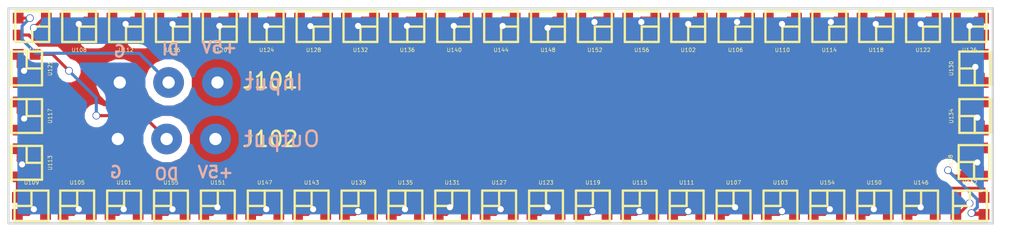
<source format=kicad_pcb>
(kicad_pcb (version 4) (host pcbnew 4.0.7+dfsg1-1ubuntu2)

  (general
    (links 147)
    (no_connects 0)
    (area 50.724999 25.324999 114.875001 39.475001)
    (thickness 1.6)
    (drawings 10)
    (tracks 351)
    (zones 0)
    (modules 50)
    (nets 52)
  )

  (page A4)
  (layers
    (0 F.Cu signal)
    (31 B.Cu signal)
    (32 B.Adhes user)
    (33 F.Adhes user)
    (34 B.Paste user)
    (35 F.Paste user)
    (36 B.SilkS user)
    (37 F.SilkS user)
    (38 B.Mask user)
    (39 F.Mask user)
    (40 Dwgs.User user)
    (41 Cmts.User user)
    (42 Eco1.User user)
    (43 Eco2.User user)
    (44 Edge.Cuts user)
    (45 Margin user)
    (46 B.CrtYd user)
    (47 F.CrtYd user)
    (48 B.Fab user)
    (49 F.Fab user)
  )

  (setup
    (last_trace_width 0.2)
    (trace_clearance 0.15)
    (zone_clearance 0.508)
    (zone_45_only no)
    (trace_min 0.2)
    (segment_width 0.2)
    (edge_width 0.15)
    (via_size 0.5)
    (via_drill 0.4)
    (via_min_size 0.4)
    (via_min_drill 0.3)
    (uvia_size 0.3)
    (uvia_drill 0.1)
    (uvias_allowed no)
    (uvia_min_size 0.2)
    (uvia_min_drill 0.1)
    (pcb_text_width 0.3)
    (pcb_text_size 1.5 1.5)
    (mod_edge_width 0.15)
    (mod_text_size 1 1)
    (mod_text_width 0.15)
    (pad_size 1.524 1.524)
    (pad_drill 0.762)
    (pad_to_mask_clearance 0.2)
    (aux_axis_origin 0 0)
    (visible_elements FFFFEF7F)
    (pcbplotparams
      (layerselection 0x00030_80000001)
      (usegerberextensions false)
      (excludeedgelayer true)
      (linewidth 0.100000)
      (plotframeref false)
      (viasonmask false)
      (mode 1)
      (useauxorigin false)
      (hpglpennumber 1)
      (hpglpenspeed 20)
      (hpglpendiameter 15)
      (hpglpenoverlay 2)
      (psnegative false)
      (psa4output false)
      (plotreference true)
      (plotvalue true)
      (plotinvisibletext false)
      (padsonsilk false)
      (subtractmaskfromsilk false)
      (outputformat 1)
      (mirror false)
      (drillshape 1)
      (scaleselection 1)
      (outputdirectory ""))
  )

  (net 0 "")
  (net 1 +5V)
  (net 2 "Net-(U101-Pad1)")
  (net 3 GND)
  (net 4 /C)
  (net 5 "Net-(U102-Pad1)")
  (net 6 /A)
  (net 7 "Net-(U103-Pad1)")
  (net 8 /B)
  (net 9 "Net-(U104-Pad1)")
  (net 10 "Net-(J101-Pad2)")
  (net 11 "Net-(U105-Pad1)")
  (net 12 "Net-(U106-Pad1)")
  (net 13 "Net-(U107-Pad1)")
  (net 14 "Net-(U108-Pad1)")
  (net 15 "Net-(U109-Pad1)")
  (net 16 "Net-(U110-Pad1)")
  (net 17 "Net-(U111-Pad1)")
  (net 18 "Net-(U112-Pad1)")
  (net 19 "Net-(U113-Pad1)")
  (net 20 "Net-(U114-Pad1)")
  (net 21 "Net-(U115-Pad1)")
  (net 22 "Net-(U116-Pad1)")
  (net 23 "Net-(U117-Pad1)")
  (net 24 "Net-(U118-Pad1)")
  (net 25 "Net-(U119-Pad1)")
  (net 26 "Net-(U120-Pad1)")
  (net 27 "Net-(U122-Pad1)")
  (net 28 "Net-(U123-Pad1)")
  (net 29 "Net-(U124-Pad1)")
  (net 30 "Net-(U126-Pad1)")
  (net 31 "Net-(U127-Pad1)")
  (net 32 "Net-(U128-Pad1)")
  (net 33 "Net-(U130-Pad1)")
  (net 34 "Net-(U131-Pad1)")
  (net 35 "Net-(U132-Pad1)")
  (net 36 "Net-(U134-Pad1)")
  (net 37 "Net-(U135-Pad1)")
  (net 38 "Net-(U136-Pad1)")
  (net 39 "Net-(U138-Pad1)")
  (net 40 "Net-(U139-Pad1)")
  (net 41 "Net-(U140-Pad1)")
  (net 42 "Net-(U142-Pad1)")
  (net 43 "Net-(U143-Pad1)")
  (net 44 "Net-(U144-Pad1)")
  (net 45 "Net-(U146-Pad1)")
  (net 46 "Net-(U147-Pad1)")
  (net 47 "Net-(U148-Pad1)")
  (net 48 "Net-(U150-Pad1)")
  (net 49 "Net-(U151-Pad1)")
  (net 50 "Net-(U152-Pad1)")
  (net 51 "Net-(J102-Pad2)")

  (net_class Default "This is the default net class."
    (clearance 0.15)
    (trace_width 0.2)
    (via_dia 0.5)
    (via_drill 0.4)
    (uvia_dia 0.3)
    (uvia_drill 0.1)
    (add_net +5V)
    (add_net /A)
    (add_net /B)
    (add_net /C)
    (add_net GND)
    (add_net "Net-(J101-Pad2)")
    (add_net "Net-(J102-Pad2)")
    (add_net "Net-(U101-Pad1)")
    (add_net "Net-(U102-Pad1)")
    (add_net "Net-(U103-Pad1)")
    (add_net "Net-(U104-Pad1)")
    (add_net "Net-(U105-Pad1)")
    (add_net "Net-(U106-Pad1)")
    (add_net "Net-(U107-Pad1)")
    (add_net "Net-(U108-Pad1)")
    (add_net "Net-(U109-Pad1)")
    (add_net "Net-(U110-Pad1)")
    (add_net "Net-(U111-Pad1)")
    (add_net "Net-(U112-Pad1)")
    (add_net "Net-(U113-Pad1)")
    (add_net "Net-(U114-Pad1)")
    (add_net "Net-(U115-Pad1)")
    (add_net "Net-(U116-Pad1)")
    (add_net "Net-(U117-Pad1)")
    (add_net "Net-(U118-Pad1)")
    (add_net "Net-(U119-Pad1)")
    (add_net "Net-(U120-Pad1)")
    (add_net "Net-(U122-Pad1)")
    (add_net "Net-(U123-Pad1)")
    (add_net "Net-(U124-Pad1)")
    (add_net "Net-(U126-Pad1)")
    (add_net "Net-(U127-Pad1)")
    (add_net "Net-(U128-Pad1)")
    (add_net "Net-(U130-Pad1)")
    (add_net "Net-(U131-Pad1)")
    (add_net "Net-(U132-Pad1)")
    (add_net "Net-(U134-Pad1)")
    (add_net "Net-(U135-Pad1)")
    (add_net "Net-(U136-Pad1)")
    (add_net "Net-(U138-Pad1)")
    (add_net "Net-(U139-Pad1)")
    (add_net "Net-(U140-Pad1)")
    (add_net "Net-(U142-Pad1)")
    (add_net "Net-(U143-Pad1)")
    (add_net "Net-(U144-Pad1)")
    (add_net "Net-(U146-Pad1)")
    (add_net "Net-(U147-Pad1)")
    (add_net "Net-(U148-Pad1)")
    (add_net "Net-(U150-Pad1)")
    (add_net "Net-(U151-Pad1)")
    (add_net "Net-(U152-Pad1)")
  )

  (module Wire_Pads:SolderWirePad_3x_0-8mmDrill (layer F.Cu) (tedit 6408DF72) (tstamp 6408F683)
    (at 61.087 33.909 180)
    (path /64093C7A)
    (fp_text reference J102 (at -6.731 0 180) (layer F.SilkS)
      (effects (font (size 1 1) (thickness 0.15)))
    )
    (fp_text value Output (at -7.493 0 180) (layer B.SilkS)
      (effects (font (size 1 1) (thickness 0.15)) (justify mirror))
    )
    (pad 1 thru_hole circle (at -3.175 0 180) (size 1.99898 1.99898) (drill 0.8001) (layers *.Cu *.Mask)
      (net 1 +5V))
    (pad 2 thru_hole circle (at 0 0 180) (size 1.99898 1.99898) (drill 0.8001) (layers *.Cu *.Mask)
      (net 51 "Net-(J102-Pad2)"))
    (pad 3 thru_hole circle (at 3.175 0 180) (size 1.99898 1.99898) (drill 0.8001) (layers *.Cu *.Mask)
      (net 3 GND))
  )

  (module Wire_Pads:SolderWirePad_3x_0-8mmDrill (layer F.Cu) (tedit 6408E6E8) (tstamp 6408F67C)
    (at 61.214 30.226 180)
    (path /64091EF3)
    (fp_text reference J101 (at -6.604 0.127 180) (layer F.SilkS)
      (effects (font (size 1 1) (thickness 0.15)))
    )
    (fp_text value Input (at -6.858 0 180) (layer B.SilkS)
      (effects (font (size 1 1) (thickness 0.15)) (justify mirror))
    )
    (pad 1 thru_hole circle (at -3.175 0 180) (size 1.99898 1.99898) (drill 0.8001) (layers *.Cu *.Mask)
      (net 1 +5V))
    (pad 2 thru_hole circle (at 0 0 180) (size 1.99898 1.99898) (drill 0.8001) (layers *.Cu *.Mask)
      (net 10 "Net-(J101-Pad2)"))
    (pad 3 thru_hole circle (at 3.175 0 180) (size 1.99898 1.99898) (drill 0.8001) (layers *.Cu *.Mask)
      (net 3 GND))
  )

  (module NeoPixelChips:ws2812B-2020-4 (layer F.Cu) (tedit 6408D0EC) (tstamp 6408F691)
    (at 58.319 38.269 180)
    (path /64091E4A)
    (fp_text reference U101 (at 0 1.524 180) (layer F.SilkS)
      (effects (font (size 0.25 0.25) (thickness 0.0355)))
    )
    (fp_text value ws2812b-2020 (at 0 -1.524 180) (layer F.Fab)
      (effects (font (size 0.25 0.25) (thickness 0.0355)))
    )
    (fp_line (start 0 0) (end 0 1) (layer F.SilkS) (width 0.15))
    (fp_line (start 1.1 0) (end 0 0) (layer F.SilkS) (width 0.15))
    (fp_line (start -1.1 1) (end -1.1 -1) (layer F.SilkS) (width 0.15))
    (fp_line (start 1.1 1) (end -1.1 1) (layer F.SilkS) (width 0.15))
    (fp_line (start 1.1 -1) (end 1.1 1) (layer F.SilkS) (width 0.15))
    (fp_line (start -1.1 -1) (end 1.1 -1) (layer F.SilkS) (width 0.15))
    (pad 1 smd rect (at 0.915 0.55 180) (size 0.7 0.7) (layers F.Cu F.Paste F.Mask)
      (net 2 "Net-(U101-Pad1)"))
    (pad 2 smd rect (at 0.915 -0.55 180) (size 0.7 0.7) (layers F.Cu F.Paste F.Mask)
      (net 3 GND))
    (pad 3 smd rect (at -0.915 -0.55 180) (size 0.7 0.7) (layers F.Cu F.Paste F.Mask)
      (net 4 /C))
    (pad 4 smd rect (at -0.915 0.55 180) (size 0.7 0.7) (layers F.Cu F.Paste F.Mask)
      (net 1 +5V))
    (model LEDs.3dshapes/LED_WS2812B-PLCC4.wrl
      (at (xyz 0 0 0))
      (scale (xyz 0.15 0.15 0.15))
      (rotate (xyz 0 0 0))
    )
  )

  (module NeoPixelChips:ws2812B-2020-4 (layer F.Cu) (tedit 6408D0EC) (tstamp 6408F69F)
    (at 94.996 26.585)
    (path /6408F36C)
    (fp_text reference U102 (at 0 1.524) (layer F.SilkS)
      (effects (font (size 0.25 0.25) (thickness 0.0355)))
    )
    (fp_text value ws2812b-2020 (at 0 -1.524) (layer F.Fab)
      (effects (font (size 0.25 0.25) (thickness 0.0355)))
    )
    (fp_line (start 0 0) (end 0 1) (layer F.SilkS) (width 0.15))
    (fp_line (start 1.1 0) (end 0 0) (layer F.SilkS) (width 0.15))
    (fp_line (start -1.1 1) (end -1.1 -1) (layer F.SilkS) (width 0.15))
    (fp_line (start 1.1 1) (end -1.1 1) (layer F.SilkS) (width 0.15))
    (fp_line (start 1.1 -1) (end 1.1 1) (layer F.SilkS) (width 0.15))
    (fp_line (start -1.1 -1) (end 1.1 -1) (layer F.SilkS) (width 0.15))
    (pad 1 smd rect (at 0.915 0.55) (size 0.7 0.7) (layers F.Cu F.Paste F.Mask)
      (net 5 "Net-(U102-Pad1)"))
    (pad 2 smd rect (at 0.915 -0.55) (size 0.7 0.7) (layers F.Cu F.Paste F.Mask)
      (net 3 GND))
    (pad 3 smd rect (at -0.915 -0.55) (size 0.7 0.7) (layers F.Cu F.Paste F.Mask)
      (net 6 /A))
    (pad 4 smd rect (at -0.915 0.55) (size 0.7 0.7) (layers F.Cu F.Paste F.Mask)
      (net 1 +5V))
    (model LEDs.3dshapes/LED_WS2812B-PLCC4.wrl
      (at (xyz 0 0 0))
      (scale (xyz 0.15 0.15 0.15))
      (rotate (xyz 0 0 0))
    )
  )

  (module NeoPixelChips:ws2812B-2020-4 (layer F.Cu) (tedit 6408D0EC) (tstamp 6408F6AD)
    (at 100.991 38.269 180)
    (path /64091D8D)
    (fp_text reference U103 (at 0 1.524 180) (layer F.SilkS)
      (effects (font (size 0.25 0.25) (thickness 0.0355)))
    )
    (fp_text value ws2812b-2020 (at 0 -1.524 180) (layer F.Fab)
      (effects (font (size 0.25 0.25) (thickness 0.0355)))
    )
    (fp_line (start 0 0) (end 0 1) (layer F.SilkS) (width 0.15))
    (fp_line (start 1.1 0) (end 0 0) (layer F.SilkS) (width 0.15))
    (fp_line (start -1.1 1) (end -1.1 -1) (layer F.SilkS) (width 0.15))
    (fp_line (start 1.1 1) (end -1.1 1) (layer F.SilkS) (width 0.15))
    (fp_line (start 1.1 -1) (end 1.1 1) (layer F.SilkS) (width 0.15))
    (fp_line (start -1.1 -1) (end 1.1 -1) (layer F.SilkS) (width 0.15))
    (pad 1 smd rect (at 0.915 0.55 180) (size 0.7 0.7) (layers F.Cu F.Paste F.Mask)
      (net 7 "Net-(U103-Pad1)"))
    (pad 2 smd rect (at 0.915 -0.55 180) (size 0.7 0.7) (layers F.Cu F.Paste F.Mask)
      (net 3 GND))
    (pad 3 smd rect (at -0.915 -0.55 180) (size 0.7 0.7) (layers F.Cu F.Paste F.Mask)
      (net 8 /B))
    (pad 4 smd rect (at -0.915 0.55 180) (size 0.7 0.7) (layers F.Cu F.Paste F.Mask)
      (net 1 +5V))
    (model LEDs.3dshapes/LED_WS2812B-PLCC4.wrl
      (at (xyz 0 0 0))
      (scale (xyz 0.15 0.15 0.15))
      (rotate (xyz 0 0 0))
    )
  )

  (module NeoPixelChips:ws2812B-2020-4 (layer F.Cu) (tedit 6408D0EC) (tstamp 6408F6BB)
    (at 52.35 26.585)
    (path /6408D0DA)
    (fp_text reference U104 (at 0 1.524) (layer F.SilkS)
      (effects (font (size 0.25 0.25) (thickness 0.0355)))
    )
    (fp_text value ws2812b-2020 (at 0 -1.524) (layer F.Fab)
      (effects (font (size 0.25 0.25) (thickness 0.0355)))
    )
    (fp_line (start 0 0) (end 0 1) (layer F.SilkS) (width 0.15))
    (fp_line (start 1.1 0) (end 0 0) (layer F.SilkS) (width 0.15))
    (fp_line (start -1.1 1) (end -1.1 -1) (layer F.SilkS) (width 0.15))
    (fp_line (start 1.1 1) (end -1.1 1) (layer F.SilkS) (width 0.15))
    (fp_line (start 1.1 -1) (end 1.1 1) (layer F.SilkS) (width 0.15))
    (fp_line (start -1.1 -1) (end 1.1 -1) (layer F.SilkS) (width 0.15))
    (pad 1 smd rect (at 0.915 0.55) (size 0.7 0.7) (layers F.Cu F.Paste F.Mask)
      (net 9 "Net-(U104-Pad1)"))
    (pad 2 smd rect (at 0.915 -0.55) (size 0.7 0.7) (layers F.Cu F.Paste F.Mask)
      (net 3 GND))
    (pad 3 smd rect (at -0.915 -0.55) (size 0.7 0.7) (layers F.Cu F.Paste F.Mask)
      (net 10 "Net-(J101-Pad2)"))
    (pad 4 smd rect (at -0.915 0.55) (size 0.7 0.7) (layers F.Cu F.Paste F.Mask)
      (net 1 +5V))
    (model LEDs.3dshapes/LED_WS2812B-PLCC4.wrl
      (at (xyz 0 0 0))
      (scale (xyz 0.15 0.15 0.15))
      (rotate (xyz 0 0 0))
    )
  )

  (module NeoPixelChips:ws2812B-2020-4 (layer F.Cu) (tedit 6408D0EC) (tstamp 6408F6C9)
    (at 55.271 38.269 180)
    (path /64091E44)
    (fp_text reference U105 (at 0 1.524 180) (layer F.SilkS)
      (effects (font (size 0.25 0.25) (thickness 0.0355)))
    )
    (fp_text value ws2812b-2020 (at 0 -1.524 180) (layer F.Fab)
      (effects (font (size 0.25 0.25) (thickness 0.0355)))
    )
    (fp_line (start 0 0) (end 0 1) (layer F.SilkS) (width 0.15))
    (fp_line (start 1.1 0) (end 0 0) (layer F.SilkS) (width 0.15))
    (fp_line (start -1.1 1) (end -1.1 -1) (layer F.SilkS) (width 0.15))
    (fp_line (start 1.1 1) (end -1.1 1) (layer F.SilkS) (width 0.15))
    (fp_line (start 1.1 -1) (end 1.1 1) (layer F.SilkS) (width 0.15))
    (fp_line (start -1.1 -1) (end 1.1 -1) (layer F.SilkS) (width 0.15))
    (pad 1 smd rect (at 0.915 0.55 180) (size 0.7 0.7) (layers F.Cu F.Paste F.Mask)
      (net 11 "Net-(U105-Pad1)"))
    (pad 2 smd rect (at 0.915 -0.55 180) (size 0.7 0.7) (layers F.Cu F.Paste F.Mask)
      (net 3 GND))
    (pad 3 smd rect (at -0.915 -0.55 180) (size 0.7 0.7) (layers F.Cu F.Paste F.Mask)
      (net 2 "Net-(U101-Pad1)"))
    (pad 4 smd rect (at -0.915 0.55 180) (size 0.7 0.7) (layers F.Cu F.Paste F.Mask)
      (net 1 +5V))
    (model LEDs.3dshapes/LED_WS2812B-PLCC4.wrl
      (at (xyz 0 0 0))
      (scale (xyz 0.15 0.15 0.15))
      (rotate (xyz 0 0 0))
    )
  )

  (module NeoPixelChips:ws2812B-2020-4 (layer F.Cu) (tedit 6408D0EC) (tstamp 6408F6D7)
    (at 98.07 26.585)
    (path /6408F366)
    (fp_text reference U106 (at 0 1.524) (layer F.SilkS)
      (effects (font (size 0.25 0.25) (thickness 0.0355)))
    )
    (fp_text value ws2812b-2020 (at 0 -1.524) (layer F.Fab)
      (effects (font (size 0.25 0.25) (thickness 0.0355)))
    )
    (fp_line (start 0 0) (end 0 1) (layer F.SilkS) (width 0.15))
    (fp_line (start 1.1 0) (end 0 0) (layer F.SilkS) (width 0.15))
    (fp_line (start -1.1 1) (end -1.1 -1) (layer F.SilkS) (width 0.15))
    (fp_line (start 1.1 1) (end -1.1 1) (layer F.SilkS) (width 0.15))
    (fp_line (start 1.1 -1) (end 1.1 1) (layer F.SilkS) (width 0.15))
    (fp_line (start -1.1 -1) (end 1.1 -1) (layer F.SilkS) (width 0.15))
    (pad 1 smd rect (at 0.915 0.55) (size 0.7 0.7) (layers F.Cu F.Paste F.Mask)
      (net 12 "Net-(U106-Pad1)"))
    (pad 2 smd rect (at 0.915 -0.55) (size 0.7 0.7) (layers F.Cu F.Paste F.Mask)
      (net 3 GND))
    (pad 3 smd rect (at -0.915 -0.55) (size 0.7 0.7) (layers F.Cu F.Paste F.Mask)
      (net 5 "Net-(U102-Pad1)"))
    (pad 4 smd rect (at -0.915 0.55) (size 0.7 0.7) (layers F.Cu F.Paste F.Mask)
      (net 1 +5V))
    (model LEDs.3dshapes/LED_WS2812B-PLCC4.wrl
      (at (xyz 0 0 0))
      (scale (xyz 0.15 0.15 0.15))
      (rotate (xyz 0 0 0))
    )
  )

  (module NeoPixelChips:ws2812B-2020-4 (layer F.Cu) (tedit 6408D0EC) (tstamp 6408F6E5)
    (at 97.943 38.269 180)
    (path /64091D87)
    (fp_text reference U107 (at 0 1.524 180) (layer F.SilkS)
      (effects (font (size 0.25 0.25) (thickness 0.0355)))
    )
    (fp_text value ws2812b-2020 (at 0 -1.524 180) (layer F.Fab)
      (effects (font (size 0.25 0.25) (thickness 0.0355)))
    )
    (fp_line (start 0 0) (end 0 1) (layer F.SilkS) (width 0.15))
    (fp_line (start 1.1 0) (end 0 0) (layer F.SilkS) (width 0.15))
    (fp_line (start -1.1 1) (end -1.1 -1) (layer F.SilkS) (width 0.15))
    (fp_line (start 1.1 1) (end -1.1 1) (layer F.SilkS) (width 0.15))
    (fp_line (start 1.1 -1) (end 1.1 1) (layer F.SilkS) (width 0.15))
    (fp_line (start -1.1 -1) (end 1.1 -1) (layer F.SilkS) (width 0.15))
    (pad 1 smd rect (at 0.915 0.55 180) (size 0.7 0.7) (layers F.Cu F.Paste F.Mask)
      (net 13 "Net-(U107-Pad1)"))
    (pad 2 smd rect (at 0.915 -0.55 180) (size 0.7 0.7) (layers F.Cu F.Paste F.Mask)
      (net 3 GND))
    (pad 3 smd rect (at -0.915 -0.55 180) (size 0.7 0.7) (layers F.Cu F.Paste F.Mask)
      (net 7 "Net-(U103-Pad1)"))
    (pad 4 smd rect (at -0.915 0.55 180) (size 0.7 0.7) (layers F.Cu F.Paste F.Mask)
      (net 1 +5V))
    (model LEDs.3dshapes/LED_WS2812B-PLCC4.wrl
      (at (xyz 0 0 0))
      (scale (xyz 0.15 0.15 0.15))
      (rotate (xyz 0 0 0))
    )
  )

  (module NeoPixelChips:ws2812B-2020-4 (layer F.Cu) (tedit 6408D0EC) (tstamp 6408F6F3)
    (at 55.398 26.585)
    (path /6408D075)
    (fp_text reference U108 (at 0 1.524) (layer F.SilkS)
      (effects (font (size 0.25 0.25) (thickness 0.0355)))
    )
    (fp_text value ws2812b-2020 (at 0 -1.524) (layer F.Fab)
      (effects (font (size 0.25 0.25) (thickness 0.0355)))
    )
    (fp_line (start 0 0) (end 0 1) (layer F.SilkS) (width 0.15))
    (fp_line (start 1.1 0) (end 0 0) (layer F.SilkS) (width 0.15))
    (fp_line (start -1.1 1) (end -1.1 -1) (layer F.SilkS) (width 0.15))
    (fp_line (start 1.1 1) (end -1.1 1) (layer F.SilkS) (width 0.15))
    (fp_line (start 1.1 -1) (end 1.1 1) (layer F.SilkS) (width 0.15))
    (fp_line (start -1.1 -1) (end 1.1 -1) (layer F.SilkS) (width 0.15))
    (pad 1 smd rect (at 0.915 0.55) (size 0.7 0.7) (layers F.Cu F.Paste F.Mask)
      (net 14 "Net-(U108-Pad1)"))
    (pad 2 smd rect (at 0.915 -0.55) (size 0.7 0.7) (layers F.Cu F.Paste F.Mask)
      (net 3 GND))
    (pad 3 smd rect (at -0.915 -0.55) (size 0.7 0.7) (layers F.Cu F.Paste F.Mask)
      (net 9 "Net-(U104-Pad1)"))
    (pad 4 smd rect (at -0.915 0.55) (size 0.7 0.7) (layers F.Cu F.Paste F.Mask)
      (net 1 +5V))
    (model LEDs.3dshapes/LED_WS2812B-PLCC4.wrl
      (at (xyz 0 0 0))
      (scale (xyz 0.15 0.15 0.15))
      (rotate (xyz 0 0 0))
    )
  )

  (module NeoPixelChips:ws2812B-2020-4 (layer F.Cu) (tedit 6408D0EC) (tstamp 6408F701)
    (at 52.298 38.269 180)
    (path /64091E3E)
    (fp_text reference U109 (at 0 1.524 180) (layer F.SilkS)
      (effects (font (size 0.25 0.25) (thickness 0.0355)))
    )
    (fp_text value ws2812b-2020 (at 0 -1.524 180) (layer F.Fab)
      (effects (font (size 0.25 0.25) (thickness 0.0355)))
    )
    (fp_line (start 0 0) (end 0 1) (layer F.SilkS) (width 0.15))
    (fp_line (start 1.1 0) (end 0 0) (layer F.SilkS) (width 0.15))
    (fp_line (start -1.1 1) (end -1.1 -1) (layer F.SilkS) (width 0.15))
    (fp_line (start 1.1 1) (end -1.1 1) (layer F.SilkS) (width 0.15))
    (fp_line (start 1.1 -1) (end 1.1 1) (layer F.SilkS) (width 0.15))
    (fp_line (start -1.1 -1) (end 1.1 -1) (layer F.SilkS) (width 0.15))
    (pad 1 smd rect (at 0.915 0.55 180) (size 0.7 0.7) (layers F.Cu F.Paste F.Mask)
      (net 15 "Net-(U109-Pad1)"))
    (pad 2 smd rect (at 0.915 -0.55 180) (size 0.7 0.7) (layers F.Cu F.Paste F.Mask)
      (net 3 GND))
    (pad 3 smd rect (at -0.915 -0.55 180) (size 0.7 0.7) (layers F.Cu F.Paste F.Mask)
      (net 11 "Net-(U105-Pad1)"))
    (pad 4 smd rect (at -0.915 0.55 180) (size 0.7 0.7) (layers F.Cu F.Paste F.Mask)
      (net 1 +5V))
    (model LEDs.3dshapes/LED_WS2812B-PLCC4.wrl
      (at (xyz 0 0 0))
      (scale (xyz 0.15 0.15 0.15))
      (rotate (xyz 0 0 0))
    )
  )

  (module NeoPixelChips:ws2812B-2020-4 (layer F.Cu) (tedit 6408D0EC) (tstamp 6408F70F)
    (at 101.118 26.585)
    (path /6408F360)
    (fp_text reference U110 (at 0 1.524) (layer F.SilkS)
      (effects (font (size 0.25 0.25) (thickness 0.0355)))
    )
    (fp_text value ws2812b-2020 (at 0 -1.524) (layer F.Fab)
      (effects (font (size 0.25 0.25) (thickness 0.0355)))
    )
    (fp_line (start 0 0) (end 0 1) (layer F.SilkS) (width 0.15))
    (fp_line (start 1.1 0) (end 0 0) (layer F.SilkS) (width 0.15))
    (fp_line (start -1.1 1) (end -1.1 -1) (layer F.SilkS) (width 0.15))
    (fp_line (start 1.1 1) (end -1.1 1) (layer F.SilkS) (width 0.15))
    (fp_line (start 1.1 -1) (end 1.1 1) (layer F.SilkS) (width 0.15))
    (fp_line (start -1.1 -1) (end 1.1 -1) (layer F.SilkS) (width 0.15))
    (pad 1 smd rect (at 0.915 0.55) (size 0.7 0.7) (layers F.Cu F.Paste F.Mask)
      (net 16 "Net-(U110-Pad1)"))
    (pad 2 smd rect (at 0.915 -0.55) (size 0.7 0.7) (layers F.Cu F.Paste F.Mask)
      (net 3 GND))
    (pad 3 smd rect (at -0.915 -0.55) (size 0.7 0.7) (layers F.Cu F.Paste F.Mask)
      (net 12 "Net-(U106-Pad1)"))
    (pad 4 smd rect (at -0.915 0.55) (size 0.7 0.7) (layers F.Cu F.Paste F.Mask)
      (net 1 +5V))
    (model LEDs.3dshapes/LED_WS2812B-PLCC4.wrl
      (at (xyz 0 0 0))
      (scale (xyz 0.15 0.15 0.15))
      (rotate (xyz 0 0 0))
    )
  )

  (module NeoPixelChips:ws2812B-2020-4 (layer F.Cu) (tedit 6408D0EC) (tstamp 6408F71D)
    (at 94.895 38.269 180)
    (path /64091D81)
    (fp_text reference U111 (at 0 1.524 180) (layer F.SilkS)
      (effects (font (size 0.25 0.25) (thickness 0.0355)))
    )
    (fp_text value ws2812b-2020 (at 0 -1.524 180) (layer F.Fab)
      (effects (font (size 0.25 0.25) (thickness 0.0355)))
    )
    (fp_line (start 0 0) (end 0 1) (layer F.SilkS) (width 0.15))
    (fp_line (start 1.1 0) (end 0 0) (layer F.SilkS) (width 0.15))
    (fp_line (start -1.1 1) (end -1.1 -1) (layer F.SilkS) (width 0.15))
    (fp_line (start 1.1 1) (end -1.1 1) (layer F.SilkS) (width 0.15))
    (fp_line (start 1.1 -1) (end 1.1 1) (layer F.SilkS) (width 0.15))
    (fp_line (start -1.1 -1) (end 1.1 -1) (layer F.SilkS) (width 0.15))
    (pad 1 smd rect (at 0.915 0.55 180) (size 0.7 0.7) (layers F.Cu F.Paste F.Mask)
      (net 17 "Net-(U111-Pad1)"))
    (pad 2 smd rect (at 0.915 -0.55 180) (size 0.7 0.7) (layers F.Cu F.Paste F.Mask)
      (net 3 GND))
    (pad 3 smd rect (at -0.915 -0.55 180) (size 0.7 0.7) (layers F.Cu F.Paste F.Mask)
      (net 13 "Net-(U107-Pad1)"))
    (pad 4 smd rect (at -0.915 0.55 180) (size 0.7 0.7) (layers F.Cu F.Paste F.Mask)
      (net 1 +5V))
    (model LEDs.3dshapes/LED_WS2812B-PLCC4.wrl
      (at (xyz 0 0 0))
      (scale (xyz 0.15 0.15 0.15))
      (rotate (xyz 0 0 0))
    )
  )

  (module NeoPixelChips:ws2812B-2020-4 (layer F.Cu) (tedit 6408D0EC) (tstamp 6408F72B)
    (at 58.446 26.585)
    (path /6408D005)
    (fp_text reference U112 (at 0 1.524) (layer F.SilkS)
      (effects (font (size 0.25 0.25) (thickness 0.0355)))
    )
    (fp_text value ws2812b-2020 (at 0 -1.524) (layer F.Fab)
      (effects (font (size 0.25 0.25) (thickness 0.0355)))
    )
    (fp_line (start 0 0) (end 0 1) (layer F.SilkS) (width 0.15))
    (fp_line (start 1.1 0) (end 0 0) (layer F.SilkS) (width 0.15))
    (fp_line (start -1.1 1) (end -1.1 -1) (layer F.SilkS) (width 0.15))
    (fp_line (start 1.1 1) (end -1.1 1) (layer F.SilkS) (width 0.15))
    (fp_line (start 1.1 -1) (end 1.1 1) (layer F.SilkS) (width 0.15))
    (fp_line (start -1.1 -1) (end 1.1 -1) (layer F.SilkS) (width 0.15))
    (pad 1 smd rect (at 0.915 0.55) (size 0.7 0.7) (layers F.Cu F.Paste F.Mask)
      (net 18 "Net-(U112-Pad1)"))
    (pad 2 smd rect (at 0.915 -0.55) (size 0.7 0.7) (layers F.Cu F.Paste F.Mask)
      (net 3 GND))
    (pad 3 smd rect (at -0.915 -0.55) (size 0.7 0.7) (layers F.Cu F.Paste F.Mask)
      (net 14 "Net-(U108-Pad1)"))
    (pad 4 smd rect (at -0.915 0.55) (size 0.7 0.7) (layers F.Cu F.Paste F.Mask)
      (net 1 +5V))
    (model LEDs.3dshapes/LED_WS2812B-PLCC4.wrl
      (at (xyz 0 0 0))
      (scale (xyz 0.15 0.15 0.15))
      (rotate (xyz 0 0 0))
    )
  )

  (module NeoPixelChips:ws2812B-2020-4 (layer F.Cu) (tedit 6408D0EC) (tstamp 6408F739)
    (at 51.985 35.459 90)
    (path /64091DFC)
    (fp_text reference U113 (at 0 1.524 90) (layer F.SilkS)
      (effects (font (size 0.25 0.25) (thickness 0.0355)))
    )
    (fp_text value ws2812b-2020 (at 0 -1.524 90) (layer F.Fab)
      (effects (font (size 0.25 0.25) (thickness 0.0355)))
    )
    (fp_line (start 0 0) (end 0 1) (layer F.SilkS) (width 0.15))
    (fp_line (start 1.1 0) (end 0 0) (layer F.SilkS) (width 0.15))
    (fp_line (start -1.1 1) (end -1.1 -1) (layer F.SilkS) (width 0.15))
    (fp_line (start 1.1 1) (end -1.1 1) (layer F.SilkS) (width 0.15))
    (fp_line (start 1.1 -1) (end 1.1 1) (layer F.SilkS) (width 0.15))
    (fp_line (start -1.1 -1) (end 1.1 -1) (layer F.SilkS) (width 0.15))
    (pad 1 smd rect (at 0.915 0.55 90) (size 0.7 0.7) (layers F.Cu F.Paste F.Mask)
      (net 19 "Net-(U113-Pad1)"))
    (pad 2 smd rect (at 0.915 -0.55 90) (size 0.7 0.7) (layers F.Cu F.Paste F.Mask)
      (net 3 GND))
    (pad 3 smd rect (at -0.915 -0.55 90) (size 0.7 0.7) (layers F.Cu F.Paste F.Mask)
      (net 15 "Net-(U109-Pad1)"))
    (pad 4 smd rect (at -0.915 0.55 90) (size 0.7 0.7) (layers F.Cu F.Paste F.Mask)
      (net 1 +5V))
    (model LEDs.3dshapes/LED_WS2812B-PLCC4.wrl
      (at (xyz 0 0 0))
      (scale (xyz 0.15 0.15 0.15))
      (rotate (xyz 0 0 0))
    )
  )

  (module NeoPixelChips:ws2812B-2020-4 (layer F.Cu) (tedit 6408D0EC) (tstamp 6408F747)
    (at 104.166 26.585)
    (path /6408F31E)
    (fp_text reference U114 (at 0 1.524) (layer F.SilkS)
      (effects (font (size 0.25 0.25) (thickness 0.0355)))
    )
    (fp_text value ws2812b-2020 (at 0 -1.524) (layer F.Fab)
      (effects (font (size 0.25 0.25) (thickness 0.0355)))
    )
    (fp_line (start 0 0) (end 0 1) (layer F.SilkS) (width 0.15))
    (fp_line (start 1.1 0) (end 0 0) (layer F.SilkS) (width 0.15))
    (fp_line (start -1.1 1) (end -1.1 -1) (layer F.SilkS) (width 0.15))
    (fp_line (start 1.1 1) (end -1.1 1) (layer F.SilkS) (width 0.15))
    (fp_line (start 1.1 -1) (end 1.1 1) (layer F.SilkS) (width 0.15))
    (fp_line (start -1.1 -1) (end 1.1 -1) (layer F.SilkS) (width 0.15))
    (pad 1 smd rect (at 0.915 0.55) (size 0.7 0.7) (layers F.Cu F.Paste F.Mask)
      (net 20 "Net-(U114-Pad1)"))
    (pad 2 smd rect (at 0.915 -0.55) (size 0.7 0.7) (layers F.Cu F.Paste F.Mask)
      (net 3 GND))
    (pad 3 smd rect (at -0.915 -0.55) (size 0.7 0.7) (layers F.Cu F.Paste F.Mask)
      (net 16 "Net-(U110-Pad1)"))
    (pad 4 smd rect (at -0.915 0.55) (size 0.7 0.7) (layers F.Cu F.Paste F.Mask)
      (net 1 +5V))
    (model LEDs.3dshapes/LED_WS2812B-PLCC4.wrl
      (at (xyz 0 0 0))
      (scale (xyz 0.15 0.15 0.15))
      (rotate (xyz 0 0 0))
    )
  )

  (module NeoPixelChips:ws2812B-2020-4 (layer F.Cu) (tedit 6408D0EC) (tstamp 6408F755)
    (at 91.847 38.269 180)
    (path /64091D3F)
    (fp_text reference U115 (at 0 1.524 180) (layer F.SilkS)
      (effects (font (size 0.25 0.25) (thickness 0.0355)))
    )
    (fp_text value ws2812b-2020 (at 0 -1.524 180) (layer F.Fab)
      (effects (font (size 0.25 0.25) (thickness 0.0355)))
    )
    (fp_line (start 0 0) (end 0 1) (layer F.SilkS) (width 0.15))
    (fp_line (start 1.1 0) (end 0 0) (layer F.SilkS) (width 0.15))
    (fp_line (start -1.1 1) (end -1.1 -1) (layer F.SilkS) (width 0.15))
    (fp_line (start 1.1 1) (end -1.1 1) (layer F.SilkS) (width 0.15))
    (fp_line (start 1.1 -1) (end 1.1 1) (layer F.SilkS) (width 0.15))
    (fp_line (start -1.1 -1) (end 1.1 -1) (layer F.SilkS) (width 0.15))
    (pad 1 smd rect (at 0.915 0.55 180) (size 0.7 0.7) (layers F.Cu F.Paste F.Mask)
      (net 21 "Net-(U115-Pad1)"))
    (pad 2 smd rect (at 0.915 -0.55 180) (size 0.7 0.7) (layers F.Cu F.Paste F.Mask)
      (net 3 GND))
    (pad 3 smd rect (at -0.915 -0.55 180) (size 0.7 0.7) (layers F.Cu F.Paste F.Mask)
      (net 17 "Net-(U111-Pad1)"))
    (pad 4 smd rect (at -0.915 0.55 180) (size 0.7 0.7) (layers F.Cu F.Paste F.Mask)
      (net 1 +5V))
    (model LEDs.3dshapes/LED_WS2812B-PLCC4.wrl
      (at (xyz 0 0 0))
      (scale (xyz 0.15 0.15 0.15))
      (rotate (xyz 0 0 0))
    )
  )

  (module NeoPixelChips:ws2812B-2020-4 (layer F.Cu) (tedit 6408D0EC) (tstamp 6408F763)
    (at 61.494 26.585)
    (path /6408C908)
    (fp_text reference U116 (at 0 1.524) (layer F.SilkS)
      (effects (font (size 0.25 0.25) (thickness 0.0355)))
    )
    (fp_text value ws2812b-2020 (at 0 -1.524) (layer F.Fab)
      (effects (font (size 0.25 0.25) (thickness 0.0355)))
    )
    (fp_line (start 0 0) (end 0 1) (layer F.SilkS) (width 0.15))
    (fp_line (start 1.1 0) (end 0 0) (layer F.SilkS) (width 0.15))
    (fp_line (start -1.1 1) (end -1.1 -1) (layer F.SilkS) (width 0.15))
    (fp_line (start 1.1 1) (end -1.1 1) (layer F.SilkS) (width 0.15))
    (fp_line (start 1.1 -1) (end 1.1 1) (layer F.SilkS) (width 0.15))
    (fp_line (start -1.1 -1) (end 1.1 -1) (layer F.SilkS) (width 0.15))
    (pad 1 smd rect (at 0.915 0.55) (size 0.7 0.7) (layers F.Cu F.Paste F.Mask)
      (net 22 "Net-(U116-Pad1)"))
    (pad 2 smd rect (at 0.915 -0.55) (size 0.7 0.7) (layers F.Cu F.Paste F.Mask)
      (net 3 GND))
    (pad 3 smd rect (at -0.915 -0.55) (size 0.7 0.7) (layers F.Cu F.Paste F.Mask)
      (net 18 "Net-(U112-Pad1)"))
    (pad 4 smd rect (at -0.915 0.55) (size 0.7 0.7) (layers F.Cu F.Paste F.Mask)
      (net 1 +5V))
    (model LEDs.3dshapes/LED_WS2812B-PLCC4.wrl
      (at (xyz 0 0 0))
      (scale (xyz 0.15 0.15 0.15))
      (rotate (xyz 0 0 0))
    )
  )

  (module NeoPixelChips:ws2812B-2020-4 (layer F.Cu) (tedit 6408D0EC) (tstamp 6408F771)
    (at 51.985 32.411 90)
    (path /64091E02)
    (fp_text reference U117 (at 0 1.524 90) (layer F.SilkS)
      (effects (font (size 0.25 0.25) (thickness 0.0355)))
    )
    (fp_text value ws2812b-2020 (at 0 -1.524 90) (layer F.Fab)
      (effects (font (size 0.25 0.25) (thickness 0.0355)))
    )
    (fp_line (start 0 0) (end 0 1) (layer F.SilkS) (width 0.15))
    (fp_line (start 1.1 0) (end 0 0) (layer F.SilkS) (width 0.15))
    (fp_line (start -1.1 1) (end -1.1 -1) (layer F.SilkS) (width 0.15))
    (fp_line (start 1.1 1) (end -1.1 1) (layer F.SilkS) (width 0.15))
    (fp_line (start 1.1 -1) (end 1.1 1) (layer F.SilkS) (width 0.15))
    (fp_line (start -1.1 -1) (end 1.1 -1) (layer F.SilkS) (width 0.15))
    (pad 1 smd rect (at 0.915 0.55 90) (size 0.7 0.7) (layers F.Cu F.Paste F.Mask)
      (net 23 "Net-(U117-Pad1)"))
    (pad 2 smd rect (at 0.915 -0.55 90) (size 0.7 0.7) (layers F.Cu F.Paste F.Mask)
      (net 3 GND))
    (pad 3 smd rect (at -0.915 -0.55 90) (size 0.7 0.7) (layers F.Cu F.Paste F.Mask)
      (net 19 "Net-(U113-Pad1)"))
    (pad 4 smd rect (at -0.915 0.55 90) (size 0.7 0.7) (layers F.Cu F.Paste F.Mask)
      (net 1 +5V))
    (model LEDs.3dshapes/LED_WS2812B-PLCC4.wrl
      (at (xyz 0 0 0))
      (scale (xyz 0.15 0.15 0.15))
      (rotate (xyz 0 0 0))
    )
  )

  (module NeoPixelChips:ws2812B-2020-4 (layer F.Cu) (tedit 6408D0EC) (tstamp 6408F77F)
    (at 107.214 26.585)
    (path /6408F324)
    (fp_text reference U118 (at 0 1.524) (layer F.SilkS)
      (effects (font (size 0.25 0.25) (thickness 0.0355)))
    )
    (fp_text value ws2812b-2020 (at 0 -1.524) (layer F.Fab)
      (effects (font (size 0.25 0.25) (thickness 0.0355)))
    )
    (fp_line (start 0 0) (end 0 1) (layer F.SilkS) (width 0.15))
    (fp_line (start 1.1 0) (end 0 0) (layer F.SilkS) (width 0.15))
    (fp_line (start -1.1 1) (end -1.1 -1) (layer F.SilkS) (width 0.15))
    (fp_line (start 1.1 1) (end -1.1 1) (layer F.SilkS) (width 0.15))
    (fp_line (start 1.1 -1) (end 1.1 1) (layer F.SilkS) (width 0.15))
    (fp_line (start -1.1 -1) (end 1.1 -1) (layer F.SilkS) (width 0.15))
    (pad 1 smd rect (at 0.915 0.55) (size 0.7 0.7) (layers F.Cu F.Paste F.Mask)
      (net 24 "Net-(U118-Pad1)"))
    (pad 2 smd rect (at 0.915 -0.55) (size 0.7 0.7) (layers F.Cu F.Paste F.Mask)
      (net 3 GND))
    (pad 3 smd rect (at -0.915 -0.55) (size 0.7 0.7) (layers F.Cu F.Paste F.Mask)
      (net 20 "Net-(U114-Pad1)"))
    (pad 4 smd rect (at -0.915 0.55) (size 0.7 0.7) (layers F.Cu F.Paste F.Mask)
      (net 1 +5V))
    (model LEDs.3dshapes/LED_WS2812B-PLCC4.wrl
      (at (xyz 0 0 0))
      (scale (xyz 0.15 0.15 0.15))
      (rotate (xyz 0 0 0))
    )
  )

  (module NeoPixelChips:ws2812B-2020-4 (layer F.Cu) (tedit 6408D0EC) (tstamp 6408F78D)
    (at 88.799 38.269 180)
    (path /64091D45)
    (fp_text reference U119 (at 0 1.524 180) (layer F.SilkS)
      (effects (font (size 0.25 0.25) (thickness 0.0355)))
    )
    (fp_text value ws2812b-2020 (at 0 -1.524 180) (layer F.Fab)
      (effects (font (size 0.25 0.25) (thickness 0.0355)))
    )
    (fp_line (start 0 0) (end 0 1) (layer F.SilkS) (width 0.15))
    (fp_line (start 1.1 0) (end 0 0) (layer F.SilkS) (width 0.15))
    (fp_line (start -1.1 1) (end -1.1 -1) (layer F.SilkS) (width 0.15))
    (fp_line (start 1.1 1) (end -1.1 1) (layer F.SilkS) (width 0.15))
    (fp_line (start 1.1 -1) (end 1.1 1) (layer F.SilkS) (width 0.15))
    (fp_line (start -1.1 -1) (end 1.1 -1) (layer F.SilkS) (width 0.15))
    (pad 1 smd rect (at 0.915 0.55 180) (size 0.7 0.7) (layers F.Cu F.Paste F.Mask)
      (net 25 "Net-(U119-Pad1)"))
    (pad 2 smd rect (at 0.915 -0.55 180) (size 0.7 0.7) (layers F.Cu F.Paste F.Mask)
      (net 3 GND))
    (pad 3 smd rect (at -0.915 -0.55 180) (size 0.7 0.7) (layers F.Cu F.Paste F.Mask)
      (net 21 "Net-(U115-Pad1)"))
    (pad 4 smd rect (at -0.915 0.55 180) (size 0.7 0.7) (layers F.Cu F.Paste F.Mask)
      (net 1 +5V))
    (model LEDs.3dshapes/LED_WS2812B-PLCC4.wrl
      (at (xyz 0 0 0))
      (scale (xyz 0.15 0.15 0.15))
      (rotate (xyz 0 0 0))
    )
  )

  (module NeoPixelChips:ws2812B-2020-4 (layer F.Cu) (tedit 6408D0EC) (tstamp 6408F79B)
    (at 64.542 26.585)
    (path /6408C930)
    (fp_text reference U120 (at 0 1.524) (layer F.SilkS)
      (effects (font (size 0.25 0.25) (thickness 0.0355)))
    )
    (fp_text value ws2812b-2020 (at 0 -1.524) (layer F.Fab)
      (effects (font (size 0.25 0.25) (thickness 0.0355)))
    )
    (fp_line (start 0 0) (end 0 1) (layer F.SilkS) (width 0.15))
    (fp_line (start 1.1 0) (end 0 0) (layer F.SilkS) (width 0.15))
    (fp_line (start -1.1 1) (end -1.1 -1) (layer F.SilkS) (width 0.15))
    (fp_line (start 1.1 1) (end -1.1 1) (layer F.SilkS) (width 0.15))
    (fp_line (start 1.1 -1) (end 1.1 1) (layer F.SilkS) (width 0.15))
    (fp_line (start -1.1 -1) (end 1.1 -1) (layer F.SilkS) (width 0.15))
    (pad 1 smd rect (at 0.915 0.55) (size 0.7 0.7) (layers F.Cu F.Paste F.Mask)
      (net 26 "Net-(U120-Pad1)"))
    (pad 2 smd rect (at 0.915 -0.55) (size 0.7 0.7) (layers F.Cu F.Paste F.Mask)
      (net 3 GND))
    (pad 3 smd rect (at -0.915 -0.55) (size 0.7 0.7) (layers F.Cu F.Paste F.Mask)
      (net 22 "Net-(U116-Pad1)"))
    (pad 4 smd rect (at -0.915 0.55) (size 0.7 0.7) (layers F.Cu F.Paste F.Mask)
      (net 1 +5V))
    (model LEDs.3dshapes/LED_WS2812B-PLCC4.wrl
      (at (xyz 0 0 0))
      (scale (xyz 0.15 0.15 0.15))
      (rotate (xyz 0 0 0))
    )
  )

  (module NeoPixelChips:ws2812B-2020-4 (layer F.Cu) (tedit 6408D0EC) (tstamp 6408F7A9)
    (at 51.985 29.311 90)
    (path /64091E08)
    (fp_text reference U121 (at 0 1.524 90) (layer F.SilkS)
      (effects (font (size 0.25 0.25) (thickness 0.0355)))
    )
    (fp_text value ws2812b-2020 (at 0 -1.524 90) (layer F.Fab)
      (effects (font (size 0.25 0.25) (thickness 0.0355)))
    )
    (fp_line (start 0 0) (end 0 1) (layer F.SilkS) (width 0.15))
    (fp_line (start 1.1 0) (end 0 0) (layer F.SilkS) (width 0.15))
    (fp_line (start -1.1 1) (end -1.1 -1) (layer F.SilkS) (width 0.15))
    (fp_line (start 1.1 1) (end -1.1 1) (layer F.SilkS) (width 0.15))
    (fp_line (start 1.1 -1) (end 1.1 1) (layer F.SilkS) (width 0.15))
    (fp_line (start -1.1 -1) (end 1.1 -1) (layer F.SilkS) (width 0.15))
    (pad 1 smd rect (at 0.915 0.55 90) (size 0.7 0.7) (layers F.Cu F.Paste F.Mask)
      (net 51 "Net-(J102-Pad2)"))
    (pad 2 smd rect (at 0.915 -0.55 90) (size 0.7 0.7) (layers F.Cu F.Paste F.Mask)
      (net 3 GND))
    (pad 3 smd rect (at -0.915 -0.55 90) (size 0.7 0.7) (layers F.Cu F.Paste F.Mask)
      (net 23 "Net-(U117-Pad1)"))
    (pad 4 smd rect (at -0.915 0.55 90) (size 0.7 0.7) (layers F.Cu F.Paste F.Mask)
      (net 1 +5V))
    (model LEDs.3dshapes/LED_WS2812B-PLCC4.wrl
      (at (xyz 0 0 0))
      (scale (xyz 0.15 0.15 0.15))
      (rotate (xyz 0 0 0))
    )
  )

  (module NeoPixelChips:ws2812B-2020-4 (layer F.Cu) (tedit 6408D0EC) (tstamp 6408F7B7)
    (at 110.262 26.585)
    (path /6408F32A)
    (fp_text reference U122 (at 0 1.524) (layer F.SilkS)
      (effects (font (size 0.25 0.25) (thickness 0.0355)))
    )
    (fp_text value ws2812b-2020 (at 0 -1.524) (layer F.Fab)
      (effects (font (size 0.25 0.25) (thickness 0.0355)))
    )
    (fp_line (start 0 0) (end 0 1) (layer F.SilkS) (width 0.15))
    (fp_line (start 1.1 0) (end 0 0) (layer F.SilkS) (width 0.15))
    (fp_line (start -1.1 1) (end -1.1 -1) (layer F.SilkS) (width 0.15))
    (fp_line (start 1.1 1) (end -1.1 1) (layer F.SilkS) (width 0.15))
    (fp_line (start 1.1 -1) (end 1.1 1) (layer F.SilkS) (width 0.15))
    (fp_line (start -1.1 -1) (end 1.1 -1) (layer F.SilkS) (width 0.15))
    (pad 1 smd rect (at 0.915 0.55) (size 0.7 0.7) (layers F.Cu F.Paste F.Mask)
      (net 27 "Net-(U122-Pad1)"))
    (pad 2 smd rect (at 0.915 -0.55) (size 0.7 0.7) (layers F.Cu F.Paste F.Mask)
      (net 3 GND))
    (pad 3 smd rect (at -0.915 -0.55) (size 0.7 0.7) (layers F.Cu F.Paste F.Mask)
      (net 24 "Net-(U118-Pad1)"))
    (pad 4 smd rect (at -0.915 0.55) (size 0.7 0.7) (layers F.Cu F.Paste F.Mask)
      (net 1 +5V))
    (model LEDs.3dshapes/LED_WS2812B-PLCC4.wrl
      (at (xyz 0 0 0))
      (scale (xyz 0.15 0.15 0.15))
      (rotate (xyz 0 0 0))
    )
  )

  (module NeoPixelChips:ws2812B-2020-4 (layer F.Cu) (tedit 6408D0EC) (tstamp 6408F7C5)
    (at 85.751 38.269 180)
    (path /64091D4B)
    (fp_text reference U123 (at 0 1.524 180) (layer F.SilkS)
      (effects (font (size 0.25 0.25) (thickness 0.0355)))
    )
    (fp_text value ws2812b-2020 (at 0 -1.524 180) (layer F.Fab)
      (effects (font (size 0.25 0.25) (thickness 0.0355)))
    )
    (fp_line (start 0 0) (end 0 1) (layer F.SilkS) (width 0.15))
    (fp_line (start 1.1 0) (end 0 0) (layer F.SilkS) (width 0.15))
    (fp_line (start -1.1 1) (end -1.1 -1) (layer F.SilkS) (width 0.15))
    (fp_line (start 1.1 1) (end -1.1 1) (layer F.SilkS) (width 0.15))
    (fp_line (start 1.1 -1) (end 1.1 1) (layer F.SilkS) (width 0.15))
    (fp_line (start -1.1 -1) (end 1.1 -1) (layer F.SilkS) (width 0.15))
    (pad 1 smd rect (at 0.915 0.55 180) (size 0.7 0.7) (layers F.Cu F.Paste F.Mask)
      (net 28 "Net-(U123-Pad1)"))
    (pad 2 smd rect (at 0.915 -0.55 180) (size 0.7 0.7) (layers F.Cu F.Paste F.Mask)
      (net 3 GND))
    (pad 3 smd rect (at -0.915 -0.55 180) (size 0.7 0.7) (layers F.Cu F.Paste F.Mask)
      (net 25 "Net-(U119-Pad1)"))
    (pad 4 smd rect (at -0.915 0.55 180) (size 0.7 0.7) (layers F.Cu F.Paste F.Mask)
      (net 1 +5V))
    (model LEDs.3dshapes/LED_WS2812B-PLCC4.wrl
      (at (xyz 0 0 0))
      (scale (xyz 0.15 0.15 0.15))
      (rotate (xyz 0 0 0))
    )
  )

  (module NeoPixelChips:ws2812B-2020-4 (layer F.Cu) (tedit 6408D0EC) (tstamp 6408F7D3)
    (at 67.59 26.585)
    (path /6408CA62)
    (fp_text reference U124 (at 0 1.524) (layer F.SilkS)
      (effects (font (size 0.25 0.25) (thickness 0.0355)))
    )
    (fp_text value ws2812b-2020 (at 0 -1.524) (layer F.Fab)
      (effects (font (size 0.25 0.25) (thickness 0.0355)))
    )
    (fp_line (start 0 0) (end 0 1) (layer F.SilkS) (width 0.15))
    (fp_line (start 1.1 0) (end 0 0) (layer F.SilkS) (width 0.15))
    (fp_line (start -1.1 1) (end -1.1 -1) (layer F.SilkS) (width 0.15))
    (fp_line (start 1.1 1) (end -1.1 1) (layer F.SilkS) (width 0.15))
    (fp_line (start 1.1 -1) (end 1.1 1) (layer F.SilkS) (width 0.15))
    (fp_line (start -1.1 -1) (end 1.1 -1) (layer F.SilkS) (width 0.15))
    (pad 1 smd rect (at 0.915 0.55) (size 0.7 0.7) (layers F.Cu F.Paste F.Mask)
      (net 29 "Net-(U124-Pad1)"))
    (pad 2 smd rect (at 0.915 -0.55) (size 0.7 0.7) (layers F.Cu F.Paste F.Mask)
      (net 3 GND))
    (pad 3 smd rect (at -0.915 -0.55) (size 0.7 0.7) (layers F.Cu F.Paste F.Mask)
      (net 26 "Net-(U120-Pad1)"))
    (pad 4 smd rect (at -0.915 0.55) (size 0.7 0.7) (layers F.Cu F.Paste F.Mask)
      (net 1 +5V))
    (model LEDs.3dshapes/LED_WS2812B-PLCC4.wrl
      (at (xyz 0 0 0))
      (scale (xyz 0.15 0.15 0.15))
      (rotate (xyz 0 0 0))
    )
  )

  (module NeoPixelChips:ws2812B-2020-4 (layer F.Cu) (tedit 6408D0EC) (tstamp 6408F7EF)
    (at 113.284 26.585)
    (path /6408F330)
    (fp_text reference U126 (at 0 1.524) (layer F.SilkS)
      (effects (font (size 0.25 0.25) (thickness 0.0355)))
    )
    (fp_text value ws2812b-2020 (at 0 -1.524) (layer F.Fab)
      (effects (font (size 0.25 0.25) (thickness 0.0355)))
    )
    (fp_line (start 0 0) (end 0 1) (layer F.SilkS) (width 0.15))
    (fp_line (start 1.1 0) (end 0 0) (layer F.SilkS) (width 0.15))
    (fp_line (start -1.1 1) (end -1.1 -1) (layer F.SilkS) (width 0.15))
    (fp_line (start 1.1 1) (end -1.1 1) (layer F.SilkS) (width 0.15))
    (fp_line (start 1.1 -1) (end 1.1 1) (layer F.SilkS) (width 0.15))
    (fp_line (start -1.1 -1) (end 1.1 -1) (layer F.SilkS) (width 0.15))
    (pad 1 smd rect (at 0.915 0.55) (size 0.7 0.7) (layers F.Cu F.Paste F.Mask)
      (net 30 "Net-(U126-Pad1)"))
    (pad 2 smd rect (at 0.915 -0.55) (size 0.7 0.7) (layers F.Cu F.Paste F.Mask)
      (net 3 GND))
    (pad 3 smd rect (at -0.915 -0.55) (size 0.7 0.7) (layers F.Cu F.Paste F.Mask)
      (net 27 "Net-(U122-Pad1)"))
    (pad 4 smd rect (at -0.915 0.55) (size 0.7 0.7) (layers F.Cu F.Paste F.Mask)
      (net 1 +5V))
    (model LEDs.3dshapes/LED_WS2812B-PLCC4.wrl
      (at (xyz 0 0 0))
      (scale (xyz 0.15 0.15 0.15))
      (rotate (xyz 0 0 0))
    )
  )

  (module NeoPixelChips:ws2812B-2020-4 (layer F.Cu) (tedit 6408D0EC) (tstamp 6408F7FD)
    (at 82.703 38.269 180)
    (path /64091D51)
    (fp_text reference U127 (at 0 1.524 180) (layer F.SilkS)
      (effects (font (size 0.25 0.25) (thickness 0.0355)))
    )
    (fp_text value ws2812b-2020 (at 0 -1.524 180) (layer F.Fab)
      (effects (font (size 0.25 0.25) (thickness 0.0355)))
    )
    (fp_line (start 0 0) (end 0 1) (layer F.SilkS) (width 0.15))
    (fp_line (start 1.1 0) (end 0 0) (layer F.SilkS) (width 0.15))
    (fp_line (start -1.1 1) (end -1.1 -1) (layer F.SilkS) (width 0.15))
    (fp_line (start 1.1 1) (end -1.1 1) (layer F.SilkS) (width 0.15))
    (fp_line (start 1.1 -1) (end 1.1 1) (layer F.SilkS) (width 0.15))
    (fp_line (start -1.1 -1) (end 1.1 -1) (layer F.SilkS) (width 0.15))
    (pad 1 smd rect (at 0.915 0.55 180) (size 0.7 0.7) (layers F.Cu F.Paste F.Mask)
      (net 31 "Net-(U127-Pad1)"))
    (pad 2 smd rect (at 0.915 -0.55 180) (size 0.7 0.7) (layers F.Cu F.Paste F.Mask)
      (net 3 GND))
    (pad 3 smd rect (at -0.915 -0.55 180) (size 0.7 0.7) (layers F.Cu F.Paste F.Mask)
      (net 28 "Net-(U123-Pad1)"))
    (pad 4 smd rect (at -0.915 0.55 180) (size 0.7 0.7) (layers F.Cu F.Paste F.Mask)
      (net 1 +5V))
    (model LEDs.3dshapes/LED_WS2812B-PLCC4.wrl
      (at (xyz 0 0 0))
      (scale (xyz 0.15 0.15 0.15))
      (rotate (xyz 0 0 0))
    )
  )

  (module NeoPixelChips:ws2812B-2020-4 (layer F.Cu) (tedit 6408D0EC) (tstamp 6408F80B)
    (at 70.638 26.585)
    (path /6408CA68)
    (fp_text reference U128 (at 0 1.524) (layer F.SilkS)
      (effects (font (size 0.25 0.25) (thickness 0.0355)))
    )
    (fp_text value ws2812b-2020 (at 0 -1.524) (layer F.Fab)
      (effects (font (size 0.25 0.25) (thickness 0.0355)))
    )
    (fp_line (start 0 0) (end 0 1) (layer F.SilkS) (width 0.15))
    (fp_line (start 1.1 0) (end 0 0) (layer F.SilkS) (width 0.15))
    (fp_line (start -1.1 1) (end -1.1 -1) (layer F.SilkS) (width 0.15))
    (fp_line (start 1.1 1) (end -1.1 1) (layer F.SilkS) (width 0.15))
    (fp_line (start 1.1 -1) (end 1.1 1) (layer F.SilkS) (width 0.15))
    (fp_line (start -1.1 -1) (end 1.1 -1) (layer F.SilkS) (width 0.15))
    (pad 1 smd rect (at 0.915 0.55) (size 0.7 0.7) (layers F.Cu F.Paste F.Mask)
      (net 32 "Net-(U128-Pad1)"))
    (pad 2 smd rect (at 0.915 -0.55) (size 0.7 0.7) (layers F.Cu F.Paste F.Mask)
      (net 3 GND))
    (pad 3 smd rect (at -0.915 -0.55) (size 0.7 0.7) (layers F.Cu F.Paste F.Mask)
      (net 29 "Net-(U124-Pad1)"))
    (pad 4 smd rect (at -0.915 0.55) (size 0.7 0.7) (layers F.Cu F.Paste F.Mask)
      (net 1 +5V))
    (model LEDs.3dshapes/LED_WS2812B-PLCC4.wrl
      (at (xyz 0 0 0))
      (scale (xyz 0.15 0.15 0.15))
      (rotate (xyz 0 0 0))
    )
  )

  (module NeoPixelChips:ws2812B-2020-4 (layer F.Cu) (tedit 6408D0EC) (tstamp 6408F827)
    (at 113.623 29.311 270)
    (path /6408F336)
    (fp_text reference U130 (at 0 1.524 270) (layer F.SilkS)
      (effects (font (size 0.25 0.25) (thickness 0.0355)))
    )
    (fp_text value ws2812b-2020 (at 0 -1.524 270) (layer F.Fab)
      (effects (font (size 0.25 0.25) (thickness 0.0355)))
    )
    (fp_line (start 0 0) (end 0 1) (layer F.SilkS) (width 0.15))
    (fp_line (start 1.1 0) (end 0 0) (layer F.SilkS) (width 0.15))
    (fp_line (start -1.1 1) (end -1.1 -1) (layer F.SilkS) (width 0.15))
    (fp_line (start 1.1 1) (end -1.1 1) (layer F.SilkS) (width 0.15))
    (fp_line (start 1.1 -1) (end 1.1 1) (layer F.SilkS) (width 0.15))
    (fp_line (start -1.1 -1) (end 1.1 -1) (layer F.SilkS) (width 0.15))
    (pad 1 smd rect (at 0.915 0.55 270) (size 0.7 0.7) (layers F.Cu F.Paste F.Mask)
      (net 33 "Net-(U130-Pad1)"))
    (pad 2 smd rect (at 0.915 -0.55 270) (size 0.7 0.7) (layers F.Cu F.Paste F.Mask)
      (net 3 GND))
    (pad 3 smd rect (at -0.915 -0.55 270) (size 0.7 0.7) (layers F.Cu F.Paste F.Mask)
      (net 30 "Net-(U126-Pad1)"))
    (pad 4 smd rect (at -0.915 0.55 270) (size 0.7 0.7) (layers F.Cu F.Paste F.Mask)
      (net 1 +5V))
    (model LEDs.3dshapes/LED_WS2812B-PLCC4.wrl
      (at (xyz 0 0 0))
      (scale (xyz 0.15 0.15 0.15))
      (rotate (xyz 0 0 0))
    )
  )

  (module NeoPixelChips:ws2812B-2020-4 (layer F.Cu) (tedit 6408D0EC) (tstamp 6408F835)
    (at 79.655 38.269 180)
    (path /64091D57)
    (fp_text reference U131 (at 0 1.524 180) (layer F.SilkS)
      (effects (font (size 0.25 0.25) (thickness 0.0355)))
    )
    (fp_text value ws2812b-2020 (at 0 -1.524 180) (layer F.Fab)
      (effects (font (size 0.25 0.25) (thickness 0.0355)))
    )
    (fp_line (start 0 0) (end 0 1) (layer F.SilkS) (width 0.15))
    (fp_line (start 1.1 0) (end 0 0) (layer F.SilkS) (width 0.15))
    (fp_line (start -1.1 1) (end -1.1 -1) (layer F.SilkS) (width 0.15))
    (fp_line (start 1.1 1) (end -1.1 1) (layer F.SilkS) (width 0.15))
    (fp_line (start 1.1 -1) (end 1.1 1) (layer F.SilkS) (width 0.15))
    (fp_line (start -1.1 -1) (end 1.1 -1) (layer F.SilkS) (width 0.15))
    (pad 1 smd rect (at 0.915 0.55 180) (size 0.7 0.7) (layers F.Cu F.Paste F.Mask)
      (net 34 "Net-(U131-Pad1)"))
    (pad 2 smd rect (at 0.915 -0.55 180) (size 0.7 0.7) (layers F.Cu F.Paste F.Mask)
      (net 3 GND))
    (pad 3 smd rect (at -0.915 -0.55 180) (size 0.7 0.7) (layers F.Cu F.Paste F.Mask)
      (net 31 "Net-(U127-Pad1)"))
    (pad 4 smd rect (at -0.915 0.55 180) (size 0.7 0.7) (layers F.Cu F.Paste F.Mask)
      (net 1 +5V))
    (model LEDs.3dshapes/LED_WS2812B-PLCC4.wrl
      (at (xyz 0 0 0))
      (scale (xyz 0.15 0.15 0.15))
      (rotate (xyz 0 0 0))
    )
  )

  (module NeoPixelChips:ws2812B-2020-4 (layer F.Cu) (tedit 6408D0EC) (tstamp 6408F843)
    (at 73.686 26.585)
    (path /6408CBB2)
    (fp_text reference U132 (at 0 1.524) (layer F.SilkS)
      (effects (font (size 0.25 0.25) (thickness 0.0355)))
    )
    (fp_text value ws2812b-2020 (at 0 -1.524) (layer F.Fab)
      (effects (font (size 0.25 0.25) (thickness 0.0355)))
    )
    (fp_line (start 0 0) (end 0 1) (layer F.SilkS) (width 0.15))
    (fp_line (start 1.1 0) (end 0 0) (layer F.SilkS) (width 0.15))
    (fp_line (start -1.1 1) (end -1.1 -1) (layer F.SilkS) (width 0.15))
    (fp_line (start 1.1 1) (end -1.1 1) (layer F.SilkS) (width 0.15))
    (fp_line (start 1.1 -1) (end 1.1 1) (layer F.SilkS) (width 0.15))
    (fp_line (start -1.1 -1) (end 1.1 -1) (layer F.SilkS) (width 0.15))
    (pad 1 smd rect (at 0.915 0.55) (size 0.7 0.7) (layers F.Cu F.Paste F.Mask)
      (net 35 "Net-(U132-Pad1)"))
    (pad 2 smd rect (at 0.915 -0.55) (size 0.7 0.7) (layers F.Cu F.Paste F.Mask)
      (net 3 GND))
    (pad 3 smd rect (at -0.915 -0.55) (size 0.7 0.7) (layers F.Cu F.Paste F.Mask)
      (net 32 "Net-(U128-Pad1)"))
    (pad 4 smd rect (at -0.915 0.55) (size 0.7 0.7) (layers F.Cu F.Paste F.Mask)
      (net 1 +5V))
    (model LEDs.3dshapes/LED_WS2812B-PLCC4.wrl
      (at (xyz 0 0 0))
      (scale (xyz 0.15 0.15 0.15))
      (rotate (xyz 0 0 0))
    )
  )

  (module NeoPixelChips:ws2812B-2020-4 (layer F.Cu) (tedit 6408D0EC) (tstamp 6408F85F)
    (at 113.623 32.411 270)
    (path /6408F33C)
    (fp_text reference U134 (at 0 1.524 270) (layer F.SilkS)
      (effects (font (size 0.25 0.25) (thickness 0.0355)))
    )
    (fp_text value ws2812b-2020 (at 0 -1.524 270) (layer F.Fab)
      (effects (font (size 0.25 0.25) (thickness 0.0355)))
    )
    (fp_line (start 0 0) (end 0 1) (layer F.SilkS) (width 0.15))
    (fp_line (start 1.1 0) (end 0 0) (layer F.SilkS) (width 0.15))
    (fp_line (start -1.1 1) (end -1.1 -1) (layer F.SilkS) (width 0.15))
    (fp_line (start 1.1 1) (end -1.1 1) (layer F.SilkS) (width 0.15))
    (fp_line (start 1.1 -1) (end 1.1 1) (layer F.SilkS) (width 0.15))
    (fp_line (start -1.1 -1) (end 1.1 -1) (layer F.SilkS) (width 0.15))
    (pad 1 smd rect (at 0.915 0.55 270) (size 0.7 0.7) (layers F.Cu F.Paste F.Mask)
      (net 36 "Net-(U134-Pad1)"))
    (pad 2 smd rect (at 0.915 -0.55 270) (size 0.7 0.7) (layers F.Cu F.Paste F.Mask)
      (net 3 GND))
    (pad 3 smd rect (at -0.915 -0.55 270) (size 0.7 0.7) (layers F.Cu F.Paste F.Mask)
      (net 33 "Net-(U130-Pad1)"))
    (pad 4 smd rect (at -0.915 0.55 270) (size 0.7 0.7) (layers F.Cu F.Paste F.Mask)
      (net 1 +5V))
    (model LEDs.3dshapes/LED_WS2812B-PLCC4.wrl
      (at (xyz 0 0 0))
      (scale (xyz 0.15 0.15 0.15))
      (rotate (xyz 0 0 0))
    )
  )

  (module NeoPixelChips:ws2812B-2020-4 (layer F.Cu) (tedit 6408D0EC) (tstamp 6408F86D)
    (at 76.607 38.269 180)
    (path /64091D5D)
    (fp_text reference U135 (at 0 1.524 180) (layer F.SilkS)
      (effects (font (size 0.25 0.25) (thickness 0.0355)))
    )
    (fp_text value ws2812b-2020 (at 0 -1.524 180) (layer F.Fab)
      (effects (font (size 0.25 0.25) (thickness 0.0355)))
    )
    (fp_line (start 0 0) (end 0 1) (layer F.SilkS) (width 0.15))
    (fp_line (start 1.1 0) (end 0 0) (layer F.SilkS) (width 0.15))
    (fp_line (start -1.1 1) (end -1.1 -1) (layer F.SilkS) (width 0.15))
    (fp_line (start 1.1 1) (end -1.1 1) (layer F.SilkS) (width 0.15))
    (fp_line (start 1.1 -1) (end 1.1 1) (layer F.SilkS) (width 0.15))
    (fp_line (start -1.1 -1) (end 1.1 -1) (layer F.SilkS) (width 0.15))
    (pad 1 smd rect (at 0.915 0.55 180) (size 0.7 0.7) (layers F.Cu F.Paste F.Mask)
      (net 37 "Net-(U135-Pad1)"))
    (pad 2 smd rect (at 0.915 -0.55 180) (size 0.7 0.7) (layers F.Cu F.Paste F.Mask)
      (net 3 GND))
    (pad 3 smd rect (at -0.915 -0.55 180) (size 0.7 0.7) (layers F.Cu F.Paste F.Mask)
      (net 34 "Net-(U131-Pad1)"))
    (pad 4 smd rect (at -0.915 0.55 180) (size 0.7 0.7) (layers F.Cu F.Paste F.Mask)
      (net 1 +5V))
    (model LEDs.3dshapes/LED_WS2812B-PLCC4.wrl
      (at (xyz 0 0 0))
      (scale (xyz 0.15 0.15 0.15))
      (rotate (xyz 0 0 0))
    )
  )

  (module NeoPixelChips:ws2812B-2020-4 (layer F.Cu) (tedit 6408D0EC) (tstamp 6408F87B)
    (at 76.734 26.585)
    (path /6408CC40)
    (fp_text reference U136 (at 0 1.524) (layer F.SilkS)
      (effects (font (size 0.25 0.25) (thickness 0.0355)))
    )
    (fp_text value ws2812b-2020 (at 0 -1.524) (layer F.Fab)
      (effects (font (size 0.25 0.25) (thickness 0.0355)))
    )
    (fp_line (start 0 0) (end 0 1) (layer F.SilkS) (width 0.15))
    (fp_line (start 1.1 0) (end 0 0) (layer F.SilkS) (width 0.15))
    (fp_line (start -1.1 1) (end -1.1 -1) (layer F.SilkS) (width 0.15))
    (fp_line (start 1.1 1) (end -1.1 1) (layer F.SilkS) (width 0.15))
    (fp_line (start 1.1 -1) (end 1.1 1) (layer F.SilkS) (width 0.15))
    (fp_line (start -1.1 -1) (end 1.1 -1) (layer F.SilkS) (width 0.15))
    (pad 1 smd rect (at 0.915 0.55) (size 0.7 0.7) (layers F.Cu F.Paste F.Mask)
      (net 38 "Net-(U136-Pad1)"))
    (pad 2 smd rect (at 0.915 -0.55) (size 0.7 0.7) (layers F.Cu F.Paste F.Mask)
      (net 3 GND))
    (pad 3 smd rect (at -0.915 -0.55) (size 0.7 0.7) (layers F.Cu F.Paste F.Mask)
      (net 35 "Net-(U132-Pad1)"))
    (pad 4 smd rect (at -0.915 0.55) (size 0.7 0.7) (layers F.Cu F.Paste F.Mask)
      (net 1 +5V))
    (model LEDs.3dshapes/LED_WS2812B-PLCC4.wrl
      (at (xyz 0 0 0))
      (scale (xyz 0.15 0.15 0.15))
      (rotate (xyz 0 0 0))
    )
  )

  (module NeoPixelChips:ws2812B-2020-4 (layer F.Cu) (tedit 6408D0EC) (tstamp 6408F897)
    (at 113.58 35.407 270)
    (path /6408F342)
    (fp_text reference U138 (at 0 1.524 270) (layer F.SilkS)
      (effects (font (size 0.25 0.25) (thickness 0.0355)))
    )
    (fp_text value ws2812b-2020 (at 0 -1.524 270) (layer F.Fab)
      (effects (font (size 0.25 0.25) (thickness 0.0355)))
    )
    (fp_line (start 0 0) (end 0 1) (layer F.SilkS) (width 0.15))
    (fp_line (start 1.1 0) (end 0 0) (layer F.SilkS) (width 0.15))
    (fp_line (start -1.1 1) (end -1.1 -1) (layer F.SilkS) (width 0.15))
    (fp_line (start 1.1 1) (end -1.1 1) (layer F.SilkS) (width 0.15))
    (fp_line (start 1.1 -1) (end 1.1 1) (layer F.SilkS) (width 0.15))
    (fp_line (start -1.1 -1) (end 1.1 -1) (layer F.SilkS) (width 0.15))
    (pad 1 smd rect (at 0.915 0.55 270) (size 0.7 0.7) (layers F.Cu F.Paste F.Mask)
      (net 39 "Net-(U138-Pad1)"))
    (pad 2 smd rect (at 0.915 -0.55 270) (size 0.7 0.7) (layers F.Cu F.Paste F.Mask)
      (net 3 GND))
    (pad 3 smd rect (at -0.915 -0.55 270) (size 0.7 0.7) (layers F.Cu F.Paste F.Mask)
      (net 36 "Net-(U134-Pad1)"))
    (pad 4 smd rect (at -0.915 0.55 270) (size 0.7 0.7) (layers F.Cu F.Paste F.Mask)
      (net 1 +5V))
    (model LEDs.3dshapes/LED_WS2812B-PLCC4.wrl
      (at (xyz 0 0 0))
      (scale (xyz 0.15 0.15 0.15))
      (rotate (xyz 0 0 0))
    )
  )

  (module NeoPixelChips:ws2812B-2020-4 (layer F.Cu) (tedit 6408D0EC) (tstamp 6408F8A5)
    (at 73.559 38.269 180)
    (path /64091D63)
    (fp_text reference U139 (at 0 1.524 180) (layer F.SilkS)
      (effects (font (size 0.25 0.25) (thickness 0.0355)))
    )
    (fp_text value ws2812b-2020 (at 0 -1.524 180) (layer F.Fab)
      (effects (font (size 0.25 0.25) (thickness 0.0355)))
    )
    (fp_line (start 0 0) (end 0 1) (layer F.SilkS) (width 0.15))
    (fp_line (start 1.1 0) (end 0 0) (layer F.SilkS) (width 0.15))
    (fp_line (start -1.1 1) (end -1.1 -1) (layer F.SilkS) (width 0.15))
    (fp_line (start 1.1 1) (end -1.1 1) (layer F.SilkS) (width 0.15))
    (fp_line (start 1.1 -1) (end 1.1 1) (layer F.SilkS) (width 0.15))
    (fp_line (start -1.1 -1) (end 1.1 -1) (layer F.SilkS) (width 0.15))
    (pad 1 smd rect (at 0.915 0.55 180) (size 0.7 0.7) (layers F.Cu F.Paste F.Mask)
      (net 40 "Net-(U139-Pad1)"))
    (pad 2 smd rect (at 0.915 -0.55 180) (size 0.7 0.7) (layers F.Cu F.Paste F.Mask)
      (net 3 GND))
    (pad 3 smd rect (at -0.915 -0.55 180) (size 0.7 0.7) (layers F.Cu F.Paste F.Mask)
      (net 37 "Net-(U135-Pad1)"))
    (pad 4 smd rect (at -0.915 0.55 180) (size 0.7 0.7) (layers F.Cu F.Paste F.Mask)
      (net 1 +5V))
    (model LEDs.3dshapes/LED_WS2812B-PLCC4.wrl
      (at (xyz 0 0 0))
      (scale (xyz 0.15 0.15 0.15))
      (rotate (xyz 0 0 0))
    )
  )

  (module NeoPixelChips:ws2812B-2020-4 (layer F.Cu) (tedit 6408D0EC) (tstamp 6408F8B3)
    (at 79.782 26.585)
    (path /6408CC8A)
    (fp_text reference U140 (at 0 1.524) (layer F.SilkS)
      (effects (font (size 0.25 0.25) (thickness 0.0355)))
    )
    (fp_text value ws2812b-2020 (at 0 -1.524) (layer F.Fab)
      (effects (font (size 0.25 0.25) (thickness 0.0355)))
    )
    (fp_line (start 0 0) (end 0 1) (layer F.SilkS) (width 0.15))
    (fp_line (start 1.1 0) (end 0 0) (layer F.SilkS) (width 0.15))
    (fp_line (start -1.1 1) (end -1.1 -1) (layer F.SilkS) (width 0.15))
    (fp_line (start 1.1 1) (end -1.1 1) (layer F.SilkS) (width 0.15))
    (fp_line (start 1.1 -1) (end 1.1 1) (layer F.SilkS) (width 0.15))
    (fp_line (start -1.1 -1) (end 1.1 -1) (layer F.SilkS) (width 0.15))
    (pad 1 smd rect (at 0.915 0.55) (size 0.7 0.7) (layers F.Cu F.Paste F.Mask)
      (net 41 "Net-(U140-Pad1)"))
    (pad 2 smd rect (at 0.915 -0.55) (size 0.7 0.7) (layers F.Cu F.Paste F.Mask)
      (net 3 GND))
    (pad 3 smd rect (at -0.915 -0.55) (size 0.7 0.7) (layers F.Cu F.Paste F.Mask)
      (net 38 "Net-(U136-Pad1)"))
    (pad 4 smd rect (at -0.915 0.55) (size 0.7 0.7) (layers F.Cu F.Paste F.Mask)
      (net 1 +5V))
    (model LEDs.3dshapes/LED_WS2812B-PLCC4.wrl
      (at (xyz 0 0 0))
      (scale (xyz 0.15 0.15 0.15))
      (rotate (xyz 0 0 0))
    )
  )

  (module NeoPixelChips:ws2812B-2020-4 (layer F.Cu) (tedit 6408D0EC) (tstamp 6408F8CF)
    (at 113.31 38.269 180)
    (path /6408F348)
    (fp_text reference U142 (at 0 1.524 180) (layer F.SilkS)
      (effects (font (size 0.25 0.25) (thickness 0.0355)))
    )
    (fp_text value ws2812b-2020 (at 0 -1.524 180) (layer F.Fab)
      (effects (font (size 0.25 0.25) (thickness 0.0355)))
    )
    (fp_line (start 0 0) (end 0 1) (layer F.SilkS) (width 0.15))
    (fp_line (start 1.1 0) (end 0 0) (layer F.SilkS) (width 0.15))
    (fp_line (start -1.1 1) (end -1.1 -1) (layer F.SilkS) (width 0.15))
    (fp_line (start 1.1 1) (end -1.1 1) (layer F.SilkS) (width 0.15))
    (fp_line (start 1.1 -1) (end 1.1 1) (layer F.SilkS) (width 0.15))
    (fp_line (start -1.1 -1) (end 1.1 -1) (layer F.SilkS) (width 0.15))
    (pad 1 smd rect (at 0.915 0.55 180) (size 0.7 0.7) (layers F.Cu F.Paste F.Mask)
      (net 42 "Net-(U142-Pad1)"))
    (pad 2 smd rect (at 0.915 -0.55 180) (size 0.7 0.7) (layers F.Cu F.Paste F.Mask)
      (net 3 GND))
    (pad 3 smd rect (at -0.915 -0.55 180) (size 0.7 0.7) (layers F.Cu F.Paste F.Mask)
      (net 39 "Net-(U138-Pad1)"))
    (pad 4 smd rect (at -0.915 0.55 180) (size 0.7 0.7) (layers F.Cu F.Paste F.Mask)
      (net 1 +5V))
    (model LEDs.3dshapes/LED_WS2812B-PLCC4.wrl
      (at (xyz 0 0 0))
      (scale (xyz 0.15 0.15 0.15))
      (rotate (xyz 0 0 0))
    )
  )

  (module NeoPixelChips:ws2812B-2020-4 (layer F.Cu) (tedit 6408D0EC) (tstamp 6408F8DD)
    (at 70.511 38.269 180)
    (path /64091D69)
    (fp_text reference U143 (at 0 1.524 180) (layer F.SilkS)
      (effects (font (size 0.25 0.25) (thickness 0.0355)))
    )
    (fp_text value ws2812b-2020 (at 0 -1.524 180) (layer F.Fab)
      (effects (font (size 0.25 0.25) (thickness 0.0355)))
    )
    (fp_line (start 0 0) (end 0 1) (layer F.SilkS) (width 0.15))
    (fp_line (start 1.1 0) (end 0 0) (layer F.SilkS) (width 0.15))
    (fp_line (start -1.1 1) (end -1.1 -1) (layer F.SilkS) (width 0.15))
    (fp_line (start 1.1 1) (end -1.1 1) (layer F.SilkS) (width 0.15))
    (fp_line (start 1.1 -1) (end 1.1 1) (layer F.SilkS) (width 0.15))
    (fp_line (start -1.1 -1) (end 1.1 -1) (layer F.SilkS) (width 0.15))
    (pad 1 smd rect (at 0.915 0.55 180) (size 0.7 0.7) (layers F.Cu F.Paste F.Mask)
      (net 43 "Net-(U143-Pad1)"))
    (pad 2 smd rect (at 0.915 -0.55 180) (size 0.7 0.7) (layers F.Cu F.Paste F.Mask)
      (net 3 GND))
    (pad 3 smd rect (at -0.915 -0.55 180) (size 0.7 0.7) (layers F.Cu F.Paste F.Mask)
      (net 40 "Net-(U139-Pad1)"))
    (pad 4 smd rect (at -0.915 0.55 180) (size 0.7 0.7) (layers F.Cu F.Paste F.Mask)
      (net 1 +5V))
    (model LEDs.3dshapes/LED_WS2812B-PLCC4.wrl
      (at (xyz 0 0 0))
      (scale (xyz 0.15 0.15 0.15))
      (rotate (xyz 0 0 0))
    )
  )

  (module NeoPixelChips:ws2812B-2020-4 (layer F.Cu) (tedit 6408D0EC) (tstamp 6408F8EB)
    (at 82.83 26.585)
    (path /6408CD40)
    (fp_text reference U144 (at 0 1.524) (layer F.SilkS)
      (effects (font (size 0.25 0.25) (thickness 0.0355)))
    )
    (fp_text value ws2812b-2020 (at 0 -1.524) (layer F.Fab)
      (effects (font (size 0.25 0.25) (thickness 0.0355)))
    )
    (fp_line (start 0 0) (end 0 1) (layer F.SilkS) (width 0.15))
    (fp_line (start 1.1 0) (end 0 0) (layer F.SilkS) (width 0.15))
    (fp_line (start -1.1 1) (end -1.1 -1) (layer F.SilkS) (width 0.15))
    (fp_line (start 1.1 1) (end -1.1 1) (layer F.SilkS) (width 0.15))
    (fp_line (start 1.1 -1) (end 1.1 1) (layer F.SilkS) (width 0.15))
    (fp_line (start -1.1 -1) (end 1.1 -1) (layer F.SilkS) (width 0.15))
    (pad 1 smd rect (at 0.915 0.55) (size 0.7 0.7) (layers F.Cu F.Paste F.Mask)
      (net 44 "Net-(U144-Pad1)"))
    (pad 2 smd rect (at 0.915 -0.55) (size 0.7 0.7) (layers F.Cu F.Paste F.Mask)
      (net 3 GND))
    (pad 3 smd rect (at -0.915 -0.55) (size 0.7 0.7) (layers F.Cu F.Paste F.Mask)
      (net 41 "Net-(U140-Pad1)"))
    (pad 4 smd rect (at -0.915 0.55) (size 0.7 0.7) (layers F.Cu F.Paste F.Mask)
      (net 1 +5V))
    (model LEDs.3dshapes/LED_WS2812B-PLCC4.wrl
      (at (xyz 0 0 0))
      (scale (xyz 0.15 0.15 0.15))
      (rotate (xyz 0 0 0))
    )
  )

  (module NeoPixelChips:ws2812B-2020-4 (layer F.Cu) (tedit 6408D0EC) (tstamp 6408F907)
    (at 110.135 38.269 180)
    (path /6408F34E)
    (fp_text reference U146 (at 0 1.524 180) (layer F.SilkS)
      (effects (font (size 0.25 0.25) (thickness 0.0355)))
    )
    (fp_text value ws2812b-2020 (at 0 -1.524 180) (layer F.Fab)
      (effects (font (size 0.25 0.25) (thickness 0.0355)))
    )
    (fp_line (start 0 0) (end 0 1) (layer F.SilkS) (width 0.15))
    (fp_line (start 1.1 0) (end 0 0) (layer F.SilkS) (width 0.15))
    (fp_line (start -1.1 1) (end -1.1 -1) (layer F.SilkS) (width 0.15))
    (fp_line (start 1.1 1) (end -1.1 1) (layer F.SilkS) (width 0.15))
    (fp_line (start 1.1 -1) (end 1.1 1) (layer F.SilkS) (width 0.15))
    (fp_line (start -1.1 -1) (end 1.1 -1) (layer F.SilkS) (width 0.15))
    (pad 1 smd rect (at 0.915 0.55 180) (size 0.7 0.7) (layers F.Cu F.Paste F.Mask)
      (net 45 "Net-(U146-Pad1)"))
    (pad 2 smd rect (at 0.915 -0.55 180) (size 0.7 0.7) (layers F.Cu F.Paste F.Mask)
      (net 3 GND))
    (pad 3 smd rect (at -0.915 -0.55 180) (size 0.7 0.7) (layers F.Cu F.Paste F.Mask)
      (net 42 "Net-(U142-Pad1)"))
    (pad 4 smd rect (at -0.915 0.55 180) (size 0.7 0.7) (layers F.Cu F.Paste F.Mask)
      (net 1 +5V))
    (model LEDs.3dshapes/LED_WS2812B-PLCC4.wrl
      (at (xyz 0 0 0))
      (scale (xyz 0.15 0.15 0.15))
      (rotate (xyz 0 0 0))
    )
  )

  (module NeoPixelChips:ws2812B-2020-4 (layer F.Cu) (tedit 6408D0EC) (tstamp 6408F915)
    (at 67.463 38.269 180)
    (path /64091D6F)
    (fp_text reference U147 (at 0 1.524 180) (layer F.SilkS)
      (effects (font (size 0.25 0.25) (thickness 0.0355)))
    )
    (fp_text value ws2812b-2020 (at 0 -1.524 180) (layer F.Fab)
      (effects (font (size 0.25 0.25) (thickness 0.0355)))
    )
    (fp_line (start 0 0) (end 0 1) (layer F.SilkS) (width 0.15))
    (fp_line (start 1.1 0) (end 0 0) (layer F.SilkS) (width 0.15))
    (fp_line (start -1.1 1) (end -1.1 -1) (layer F.SilkS) (width 0.15))
    (fp_line (start 1.1 1) (end -1.1 1) (layer F.SilkS) (width 0.15))
    (fp_line (start 1.1 -1) (end 1.1 1) (layer F.SilkS) (width 0.15))
    (fp_line (start -1.1 -1) (end 1.1 -1) (layer F.SilkS) (width 0.15))
    (pad 1 smd rect (at 0.915 0.55 180) (size 0.7 0.7) (layers F.Cu F.Paste F.Mask)
      (net 46 "Net-(U147-Pad1)"))
    (pad 2 smd rect (at 0.915 -0.55 180) (size 0.7 0.7) (layers F.Cu F.Paste F.Mask)
      (net 3 GND))
    (pad 3 smd rect (at -0.915 -0.55 180) (size 0.7 0.7) (layers F.Cu F.Paste F.Mask)
      (net 43 "Net-(U143-Pad1)"))
    (pad 4 smd rect (at -0.915 0.55 180) (size 0.7 0.7) (layers F.Cu F.Paste F.Mask)
      (net 1 +5V))
    (model LEDs.3dshapes/LED_WS2812B-PLCC4.wrl
      (at (xyz 0 0 0))
      (scale (xyz 0.15 0.15 0.15))
      (rotate (xyz 0 0 0))
    )
  )

  (module NeoPixelChips:ws2812B-2020-4 (layer F.Cu) (tedit 6408D0EC) (tstamp 6408F923)
    (at 85.878 26.585)
    (path /6408CDA0)
    (fp_text reference U148 (at 0 1.524) (layer F.SilkS)
      (effects (font (size 0.25 0.25) (thickness 0.0355)))
    )
    (fp_text value ws2812b-2020 (at 0 -1.524) (layer F.Fab)
      (effects (font (size 0.25 0.25) (thickness 0.0355)))
    )
    (fp_line (start 0 0) (end 0 1) (layer F.SilkS) (width 0.15))
    (fp_line (start 1.1 0) (end 0 0) (layer F.SilkS) (width 0.15))
    (fp_line (start -1.1 1) (end -1.1 -1) (layer F.SilkS) (width 0.15))
    (fp_line (start 1.1 1) (end -1.1 1) (layer F.SilkS) (width 0.15))
    (fp_line (start 1.1 -1) (end 1.1 1) (layer F.SilkS) (width 0.15))
    (fp_line (start -1.1 -1) (end 1.1 -1) (layer F.SilkS) (width 0.15))
    (pad 1 smd rect (at 0.915 0.55) (size 0.7 0.7) (layers F.Cu F.Paste F.Mask)
      (net 47 "Net-(U148-Pad1)"))
    (pad 2 smd rect (at 0.915 -0.55) (size 0.7 0.7) (layers F.Cu F.Paste F.Mask)
      (net 3 GND))
    (pad 3 smd rect (at -0.915 -0.55) (size 0.7 0.7) (layers F.Cu F.Paste F.Mask)
      (net 44 "Net-(U144-Pad1)"))
    (pad 4 smd rect (at -0.915 0.55) (size 0.7 0.7) (layers F.Cu F.Paste F.Mask)
      (net 1 +5V))
    (model LEDs.3dshapes/LED_WS2812B-PLCC4.wrl
      (at (xyz 0 0 0))
      (scale (xyz 0.15 0.15 0.15))
      (rotate (xyz 0 0 0))
    )
  )

  (module NeoPixelChips:ws2812B-2020-4 (layer F.Cu) (tedit 6408D0EC) (tstamp 6408F93F)
    (at 107.087 38.269 180)
    (path /6408F354)
    (fp_text reference U150 (at 0 1.524 180) (layer F.SilkS)
      (effects (font (size 0.25 0.25) (thickness 0.0355)))
    )
    (fp_text value ws2812b-2020 (at 0 -1.524 180) (layer F.Fab)
      (effects (font (size 0.25 0.25) (thickness 0.0355)))
    )
    (fp_line (start 0 0) (end 0 1) (layer F.SilkS) (width 0.15))
    (fp_line (start 1.1 0) (end 0 0) (layer F.SilkS) (width 0.15))
    (fp_line (start -1.1 1) (end -1.1 -1) (layer F.SilkS) (width 0.15))
    (fp_line (start 1.1 1) (end -1.1 1) (layer F.SilkS) (width 0.15))
    (fp_line (start 1.1 -1) (end 1.1 1) (layer F.SilkS) (width 0.15))
    (fp_line (start -1.1 -1) (end 1.1 -1) (layer F.SilkS) (width 0.15))
    (pad 1 smd rect (at 0.915 0.55 180) (size 0.7 0.7) (layers F.Cu F.Paste F.Mask)
      (net 48 "Net-(U150-Pad1)"))
    (pad 2 smd rect (at 0.915 -0.55 180) (size 0.7 0.7) (layers F.Cu F.Paste F.Mask)
      (net 3 GND))
    (pad 3 smd rect (at -0.915 -0.55 180) (size 0.7 0.7) (layers F.Cu F.Paste F.Mask)
      (net 45 "Net-(U146-Pad1)"))
    (pad 4 smd rect (at -0.915 0.55 180) (size 0.7 0.7) (layers F.Cu F.Paste F.Mask)
      (net 1 +5V))
    (model LEDs.3dshapes/LED_WS2812B-PLCC4.wrl
      (at (xyz 0 0 0))
      (scale (xyz 0.15 0.15 0.15))
      (rotate (xyz 0 0 0))
    )
  )

  (module NeoPixelChips:ws2812B-2020-4 (layer F.Cu) (tedit 6408D0EC) (tstamp 6408F94D)
    (at 64.415 38.269 180)
    (path /64091D75)
    (fp_text reference U151 (at 0 1.524 180) (layer F.SilkS)
      (effects (font (size 0.25 0.25) (thickness 0.0355)))
    )
    (fp_text value ws2812b-2020 (at 0 -1.524 180) (layer F.Fab)
      (effects (font (size 0.25 0.25) (thickness 0.0355)))
    )
    (fp_line (start 0 0) (end 0 1) (layer F.SilkS) (width 0.15))
    (fp_line (start 1.1 0) (end 0 0) (layer F.SilkS) (width 0.15))
    (fp_line (start -1.1 1) (end -1.1 -1) (layer F.SilkS) (width 0.15))
    (fp_line (start 1.1 1) (end -1.1 1) (layer F.SilkS) (width 0.15))
    (fp_line (start 1.1 -1) (end 1.1 1) (layer F.SilkS) (width 0.15))
    (fp_line (start -1.1 -1) (end 1.1 -1) (layer F.SilkS) (width 0.15))
    (pad 1 smd rect (at 0.915 0.55 180) (size 0.7 0.7) (layers F.Cu F.Paste F.Mask)
      (net 49 "Net-(U151-Pad1)"))
    (pad 2 smd rect (at 0.915 -0.55 180) (size 0.7 0.7) (layers F.Cu F.Paste F.Mask)
      (net 3 GND))
    (pad 3 smd rect (at -0.915 -0.55 180) (size 0.7 0.7) (layers F.Cu F.Paste F.Mask)
      (net 46 "Net-(U147-Pad1)"))
    (pad 4 smd rect (at -0.915 0.55 180) (size 0.7 0.7) (layers F.Cu F.Paste F.Mask)
      (net 1 +5V))
    (model LEDs.3dshapes/LED_WS2812B-PLCC4.wrl
      (at (xyz 0 0 0))
      (scale (xyz 0.15 0.15 0.15))
      (rotate (xyz 0 0 0))
    )
  )

  (module NeoPixelChips:ws2812B-2020-4 (layer F.Cu) (tedit 6408D0EC) (tstamp 6408F95B)
    (at 88.926 26.585)
    (path /6408CE09)
    (fp_text reference U152 (at 0 1.524) (layer F.SilkS)
      (effects (font (size 0.25 0.25) (thickness 0.0355)))
    )
    (fp_text value ws2812b-2020 (at 0 -1.524) (layer F.Fab)
      (effects (font (size 0.25 0.25) (thickness 0.0355)))
    )
    (fp_line (start 0 0) (end 0 1) (layer F.SilkS) (width 0.15))
    (fp_line (start 1.1 0) (end 0 0) (layer F.SilkS) (width 0.15))
    (fp_line (start -1.1 1) (end -1.1 -1) (layer F.SilkS) (width 0.15))
    (fp_line (start 1.1 1) (end -1.1 1) (layer F.SilkS) (width 0.15))
    (fp_line (start 1.1 -1) (end 1.1 1) (layer F.SilkS) (width 0.15))
    (fp_line (start -1.1 -1) (end 1.1 -1) (layer F.SilkS) (width 0.15))
    (pad 1 smd rect (at 0.915 0.55) (size 0.7 0.7) (layers F.Cu F.Paste F.Mask)
      (net 50 "Net-(U152-Pad1)"))
    (pad 2 smd rect (at 0.915 -0.55) (size 0.7 0.7) (layers F.Cu F.Paste F.Mask)
      (net 3 GND))
    (pad 3 smd rect (at -0.915 -0.55) (size 0.7 0.7) (layers F.Cu F.Paste F.Mask)
      (net 47 "Net-(U148-Pad1)"))
    (pad 4 smd rect (at -0.915 0.55) (size 0.7 0.7) (layers F.Cu F.Paste F.Mask)
      (net 1 +5V))
    (model LEDs.3dshapes/LED_WS2812B-PLCC4.wrl
      (at (xyz 0 0 0))
      (scale (xyz 0.15 0.15 0.15))
      (rotate (xyz 0 0 0))
    )
  )

  (module NeoPixelChips:ws2812B-2020-4 (layer F.Cu) (tedit 6408D0EC) (tstamp 6408F977)
    (at 104.039 38.269 180)
    (path /6408F35A)
    (fp_text reference U154 (at 0 1.524 180) (layer F.SilkS)
      (effects (font (size 0.25 0.25) (thickness 0.0355)))
    )
    (fp_text value ws2812b-2020 (at 0 -1.524 180) (layer F.Fab)
      (effects (font (size 0.25 0.25) (thickness 0.0355)))
    )
    (fp_line (start 0 0) (end 0 1) (layer F.SilkS) (width 0.15))
    (fp_line (start 1.1 0) (end 0 0) (layer F.SilkS) (width 0.15))
    (fp_line (start -1.1 1) (end -1.1 -1) (layer F.SilkS) (width 0.15))
    (fp_line (start 1.1 1) (end -1.1 1) (layer F.SilkS) (width 0.15))
    (fp_line (start 1.1 -1) (end 1.1 1) (layer F.SilkS) (width 0.15))
    (fp_line (start -1.1 -1) (end 1.1 -1) (layer F.SilkS) (width 0.15))
    (pad 1 smd rect (at 0.915 0.55 180) (size 0.7 0.7) (layers F.Cu F.Paste F.Mask)
      (net 8 /B))
    (pad 2 smd rect (at 0.915 -0.55 180) (size 0.7 0.7) (layers F.Cu F.Paste F.Mask)
      (net 3 GND))
    (pad 3 smd rect (at -0.915 -0.55 180) (size 0.7 0.7) (layers F.Cu F.Paste F.Mask)
      (net 48 "Net-(U150-Pad1)"))
    (pad 4 smd rect (at -0.915 0.55 180) (size 0.7 0.7) (layers F.Cu F.Paste F.Mask)
      (net 1 +5V))
    (model LEDs.3dshapes/LED_WS2812B-PLCC4.wrl
      (at (xyz 0 0 0))
      (scale (xyz 0.15 0.15 0.15))
      (rotate (xyz 0 0 0))
    )
  )

  (module NeoPixelChips:ws2812B-2020-4 (layer F.Cu) (tedit 6408D0EC) (tstamp 6408F985)
    (at 61.367 38.269 180)
    (path /64091D7B)
    (fp_text reference U155 (at 0 1.524 180) (layer F.SilkS)
      (effects (font (size 0.25 0.25) (thickness 0.0355)))
    )
    (fp_text value ws2812b-2020 (at 0 -1.524 180) (layer F.Fab)
      (effects (font (size 0.25 0.25) (thickness 0.0355)))
    )
    (fp_line (start 0 0) (end 0 1) (layer F.SilkS) (width 0.15))
    (fp_line (start 1.1 0) (end 0 0) (layer F.SilkS) (width 0.15))
    (fp_line (start -1.1 1) (end -1.1 -1) (layer F.SilkS) (width 0.15))
    (fp_line (start 1.1 1) (end -1.1 1) (layer F.SilkS) (width 0.15))
    (fp_line (start 1.1 -1) (end 1.1 1) (layer F.SilkS) (width 0.15))
    (fp_line (start -1.1 -1) (end 1.1 -1) (layer F.SilkS) (width 0.15))
    (pad 1 smd rect (at 0.915 0.55 180) (size 0.7 0.7) (layers F.Cu F.Paste F.Mask)
      (net 4 /C))
    (pad 2 smd rect (at 0.915 -0.55 180) (size 0.7 0.7) (layers F.Cu F.Paste F.Mask)
      (net 3 GND))
    (pad 3 smd rect (at -0.915 -0.55 180) (size 0.7 0.7) (layers F.Cu F.Paste F.Mask)
      (net 49 "Net-(U151-Pad1)"))
    (pad 4 smd rect (at -0.915 0.55 180) (size 0.7 0.7) (layers F.Cu F.Paste F.Mask)
      (net 1 +5V))
    (model LEDs.3dshapes/LED_WS2812B-PLCC4.wrl
      (at (xyz 0 0 0))
      (scale (xyz 0.15 0.15 0.15))
      (rotate (xyz 0 0 0))
    )
  )

  (module NeoPixelChips:ws2812B-2020-4 (layer F.Cu) (tedit 6408D0EC) (tstamp 6408F993)
    (at 91.974 26.585)
    (path /6408CEBB)
    (fp_text reference U156 (at 0 1.524) (layer F.SilkS)
      (effects (font (size 0.25 0.25) (thickness 0.0355)))
    )
    (fp_text value ws2812b-2020 (at 0 -1.524) (layer F.Fab)
      (effects (font (size 0.25 0.25) (thickness 0.0355)))
    )
    (fp_line (start 0 0) (end 0 1) (layer F.SilkS) (width 0.15))
    (fp_line (start 1.1 0) (end 0 0) (layer F.SilkS) (width 0.15))
    (fp_line (start -1.1 1) (end -1.1 -1) (layer F.SilkS) (width 0.15))
    (fp_line (start 1.1 1) (end -1.1 1) (layer F.SilkS) (width 0.15))
    (fp_line (start 1.1 -1) (end 1.1 1) (layer F.SilkS) (width 0.15))
    (fp_line (start -1.1 -1) (end 1.1 -1) (layer F.SilkS) (width 0.15))
    (pad 1 smd rect (at 0.915 0.55) (size 0.7 0.7) (layers F.Cu F.Paste F.Mask)
      (net 6 /A))
    (pad 2 smd rect (at 0.915 -0.55) (size 0.7 0.7) (layers F.Cu F.Paste F.Mask)
      (net 3 GND))
    (pad 3 smd rect (at -0.915 -0.55) (size 0.7 0.7) (layers F.Cu F.Paste F.Mask)
      (net 50 "Net-(U152-Pad1)"))
    (pad 4 smd rect (at -0.915 0.55) (size 0.7 0.7) (layers F.Cu F.Paste F.Mask)
      (net 1 +5V))
    (model LEDs.3dshapes/LED_WS2812B-PLCC4.wrl
      (at (xyz 0 0 0))
      (scale (xyz 0.15 0.15 0.15))
      (rotate (xyz 0 0 0))
    )
  )

  (gr_text G (at 58.039 28.194) (layer B.SilkS) (tstamp 6409083C)
    (effects (font (size 0.75 0.75) (thickness 0.15)) (justify mirror))
  )
  (gr_text +5V (at 64.262 36.068) (layer B.SilkS) (tstamp 6409082C)
    (effects (font (size 0.75 0.75) (thickness 0.15)) (justify mirror))
  )
  (gr_text DO (at 61.087 36.195) (layer B.SilkS)
    (effects (font (size 0.75 0.75) (thickness 0.15)) (justify mirror))
  )
  (gr_text DI (at 61.341 28.067) (layer B.SilkS)
    (effects (font (size 0.75 0.75) (thickness 0.15)) (justify mirror))
  )
  (gr_text +5V (at 64.516 27.94) (layer B.SilkS)
    (effects (font (size 0.75 0.75) (thickness 0.15)) (justify mirror))
  )
  (gr_text G (at 57.785 36.068) (layer B.SilkS)
    (effects (font (size 0.75 0.75) (thickness 0.15)) (justify mirror))
  )
  (gr_line (start 50.8 39.4) (end 50.8 25.4) (layer Edge.Cuts) (width 0.15))
  (gr_line (start 114.8 39.4) (end 50.8 39.4) (layer Edge.Cuts) (width 0.15))
  (gr_line (start 114.8 25.4) (end 114.8 39.4) (layer Edge.Cuts) (width 0.15))
  (gr_line (start 50.8 25.4) (end 114.8 25.4) (layer Edge.Cuts) (width 0.15))

  (segment (start 52.535 36.374) (end 52.535 35.824) (width 0.2) (layer F.Cu) (net 1))
  (segment (start 52.535 35.824) (end 53.135001 35.223999) (width 0.2) (layer F.Cu) (net 1))
  (segment (start 53.135001 35.223999) (end 53.135001 33.376001) (width 0.2) (layer F.Cu) (net 1))
  (segment (start 53.135001 33.376001) (end 53.085 33.326) (width 0.2) (layer F.Cu) (net 1))
  (segment (start 53.085 33.326) (end 52.535 33.326) (width 0.2) (layer F.Cu) (net 1))
  (segment (start 52.154 27.135) (end 52.154 27.174002) (width 0.2) (layer F.Cu) (net 1))
  (segment (start 54.483 27.685) (end 54.483 27.135) (width 0.2) (layer F.Cu) (net 1))
  (segment (start 52.154 27.174002) (end 52.775997 27.795999) (width 0.2) (layer F.Cu) (net 1))
  (segment (start 52.775997 27.795999) (end 54.372001 27.795999) (width 0.2) (layer F.Cu) (net 1))
  (segment (start 54.372001 27.795999) (end 54.483 27.685) (width 0.2) (layer F.Cu) (net 1))
  (segment (start 51.435 27.135) (end 52.154 27.135) (width 0.2) (layer F.Cu) (net 1))
  (segment (start 114.225 37.719) (end 114.225 37.169) (width 0.2) (layer F.Cu) (net 1))
  (segment (start 114.225 37.169) (end 114.174999 37.118999) (width 0.2) (layer F.Cu) (net 1))
  (segment (start 114.174999 37.118999) (end 111.100001 37.118999) (width 0.2) (layer F.Cu) (net 1))
  (segment (start 111.100001 37.118999) (end 111.05 37.169) (width 0.2) (layer F.Cu) (net 1))
  (segment (start 111.05 37.169) (end 111.05 37.719) (width 0.2) (layer F.Cu) (net 1))
  (segment (start 57.404 37.719) (end 57.286 37.719) (width 0.2) (layer F.Cu) (net 2))
  (segment (start 57.286 37.719) (end 56.186 38.819) (width 0.2) (layer F.Cu) (net 2))
  (segment (start 113.283526 38.097628) (end 110.365372 38.097628) (width 0.2) (layer B.Cu) (net 3))
  (segment (start 110.365372 38.097628) (end 110.109 38.354) (width 0.2) (layer B.Cu) (net 3))
  (segment (start 51.689 32.710309) (end 51.821641 32.577668) (width 0.2) (layer B.Cu) (net 3))
  (segment (start 51.689 35.560004) (end 51.689 32.710309) (width 0.2) (layer B.Cu) (net 3))
  (segment (start 51.816 29.464) (end 51.816 32.572027) (width 0.2) (layer B.Cu) (net 3))
  (segment (start 51.571642 32.327669) (end 51.821641 32.577668) (width 0.2) (layer F.Cu) (net 3))
  (segment (start 51.435 32.191027) (end 51.571642 32.327669) (width 0.2) (layer F.Cu) (net 3))
  (segment (start 51.435 31.496) (end 51.435 32.191027) (width 0.2) (layer F.Cu) (net 3))
  (segment (start 51.816 32.572027) (end 51.821641 32.577668) (width 0.2) (layer B.Cu) (net 3))
  (via (at 51.821641 32.577668) (size 0.5) (drill 0.4) (layers F.Cu B.Cu) (net 3))
  (segment (start 52.451 26.67) (end 55.118 26.67) (width 0.2) (layer B.Cu) (net 3))
  (segment (start 55.118 26.67) (end 55.372 26.416) (width 0.2) (layer B.Cu) (net 3))
  (segment (start 51.689 29.464) (end 51.816 29.464) (width 0.2) (layer F.Cu) (net 3))
  (segment (start 51.435 29.21) (end 51.689 29.464) (width 0.2) (layer F.Cu) (net 3))
  (via (at 51.816 29.464) (size 0.5) (drill 0.4) (layers F.Cu B.Cu) (net 3))
  (segment (start 51.435 28.396) (end 51.435 29.21) (width 0.2) (layer F.Cu) (net 3))
  (segment (start 51.689 37.719) (end 51.689 35.913557) (width 0.2) (layer B.Cu) (net 3))
  (segment (start 52.451 38.481) (end 51.689 37.719) (width 0.2) (layer B.Cu) (net 3))
  (segment (start 51.689 35.913557) (end 51.689 35.560004) (width 0.2) (layer B.Cu) (net 3))
  (segment (start 51.439001 35.310005) (end 51.689 35.560004) (width 0.2) (layer F.Cu) (net 3))
  (segment (start 51.435 34.544) (end 51.435 35.306004) (width 0.2) (layer F.Cu) (net 3))
  (segment (start 51.435 35.306004) (end 51.439001 35.310005) (width 0.2) (layer F.Cu) (net 3))
  (via (at 51.689 35.560004) (size 0.5) (drill 0.4) (layers F.Cu B.Cu) (net 3))
  (segment (start 52.201001 38.730999) (end 52.451 38.481) (width 0.2) (layer F.Cu) (net 3))
  (segment (start 52.113 38.819) (end 52.201001 38.730999) (width 0.2) (layer F.Cu) (net 3))
  (segment (start 51.383 38.819) (end 52.113 38.819) (width 0.2) (layer F.Cu) (net 3))
  (via (at 52.451 38.481) (size 0.5) (drill 0.4) (layers F.Cu B.Cu) (net 3))
  (segment (start 55.122001 38.730999) (end 55.372 38.481) (width 0.2) (layer F.Cu) (net 3))
  (segment (start 55.034 38.819) (end 55.122001 38.730999) (width 0.2) (layer F.Cu) (net 3))
  (segment (start 54.356 38.819) (end 55.034 38.819) (width 0.2) (layer F.Cu) (net 3))
  (via (at 55.372 38.481) (size 0.5) (drill 0.4) (layers F.Cu B.Cu) (net 3))
  (segment (start 58.043001 38.730999) (end 58.293 38.481) (width 0.2) (layer F.Cu) (net 3))
  (segment (start 57.404 38.819) (end 57.955 38.819) (width 0.2) (layer F.Cu) (net 3))
  (segment (start 57.955 38.819) (end 58.043001 38.730999) (width 0.2) (layer F.Cu) (net 3))
  (via (at 58.293 38.481) (size 0.5) (drill 0.4) (layers F.Cu B.Cu) (net 3))
  (segment (start 61.218001 38.730999) (end 61.468 38.481) (width 0.2) (layer F.Cu) (net 3))
  (segment (start 61.13 38.819) (end 61.218001 38.730999) (width 0.2) (layer F.Cu) (net 3))
  (segment (start 60.452 38.819) (end 61.13 38.819) (width 0.2) (layer F.Cu) (net 3))
  (via (at 61.468 38.481) (size 0.5) (drill 0.4) (layers F.Cu B.Cu) (net 3))
  (segment (start 64.389 38.48) (end 64.389 38.354) (width 0.2) (layer F.Cu) (net 3))
  (segment (start 64.05 38.819) (end 64.389 38.48) (width 0.2) (layer F.Cu) (net 3))
  (segment (start 63.5 38.819) (end 64.05 38.819) (width 0.2) (layer F.Cu) (net 3))
  (via (at 64.389 38.354) (size 0.5) (drill 0.4) (layers F.Cu B.Cu) (net 3))
  (segment (start 67.314001 38.730999) (end 67.564 38.481) (width 0.2) (layer F.Cu) (net 3))
  (segment (start 67.226 38.819) (end 67.314001 38.730999) (width 0.2) (layer F.Cu) (net 3))
  (segment (start 66.548 38.819) (end 67.226 38.819) (width 0.2) (layer F.Cu) (net 3))
  (via (at 67.564 38.481) (size 0.5) (drill 0.4) (layers F.Cu B.Cu) (net 3))
  (segment (start 70.362001 38.730999) (end 70.612 38.481) (width 0.2) (layer F.Cu) (net 3))
  (segment (start 70.274 38.819) (end 70.362001 38.730999) (width 0.2) (layer F.Cu) (net 3))
  (segment (start 69.596 38.819) (end 70.274 38.819) (width 0.2) (layer F.Cu) (net 3))
  (via (at 70.612 38.481) (size 0.5) (drill 0.4) (layers F.Cu B.Cu) (net 3))
  (segment (start 73.322 38.819) (end 73.533 38.608) (width 0.2) (layer F.Cu) (net 3))
  (segment (start 72.644 38.819) (end 73.322 38.819) (width 0.2) (layer F.Cu) (net 3))
  (via (at 73.533 38.608) (size 0.5) (drill 0.4) (layers F.Cu B.Cu) (net 3))
  (segment (start 76.331001 38.730999) (end 76.581 38.481) (width 0.2) (layer F.Cu) (net 3))
  (segment (start 76.243 38.819) (end 76.331001 38.730999) (width 0.2) (layer F.Cu) (net 3))
  (segment (start 75.692 38.819) (end 76.243 38.819) (width 0.2) (layer F.Cu) (net 3))
  (via (at 76.581 38.481) (size 0.5) (drill 0.4) (layers F.Cu B.Cu) (net 3))
  (segment (start 79.502 38.607) (end 79.502 38.354) (width 0.2) (layer F.Cu) (net 3))
  (segment (start 79.29 38.819) (end 79.502 38.607) (width 0.2) (layer F.Cu) (net 3))
  (segment (start 78.74 38.819) (end 79.29 38.819) (width 0.2) (layer F.Cu) (net 3))
  (via (at 79.502 38.354) (size 0.5) (drill 0.4) (layers F.Cu B.Cu) (net 3))
  (segment (start 82.554001 38.730999) (end 82.804 38.481) (width 0.2) (layer F.Cu) (net 3))
  (segment (start 82.466 38.819) (end 82.554001 38.730999) (width 0.2) (layer F.Cu) (net 3))
  (segment (start 81.788 38.819) (end 82.466 38.819) (width 0.2) (layer F.Cu) (net 3))
  (via (at 82.804 38.481) (size 0.5) (drill 0.4) (layers F.Cu B.Cu) (net 3))
  (segment (start 85.602001 38.603999) (end 85.852 38.354) (width 0.2) (layer F.Cu) (net 3))
  (segment (start 85.387 38.819) (end 85.602001 38.603999) (width 0.2) (layer F.Cu) (net 3))
  (segment (start 84.836 38.819) (end 85.387 38.819) (width 0.2) (layer F.Cu) (net 3))
  (via (at 85.852 38.354) (size 0.5) (drill 0.4) (layers F.Cu B.Cu) (net 3))
  (segment (start 88.562 38.819) (end 88.773 38.608) (width 0.2) (layer F.Cu) (net 3))
  (segment (start 87.884 38.819) (end 88.562 38.819) (width 0.2) (layer F.Cu) (net 3))
  (via (at 88.773 38.608) (size 0.5) (drill 0.4) (layers F.Cu B.Cu) (net 3))
  (segment (start 91.61 38.819) (end 91.821 38.608) (width 0.2) (layer F.Cu) (net 3))
  (segment (start 90.932 38.819) (end 91.61 38.819) (width 0.2) (layer F.Cu) (net 3))
  (via (at 91.821 38.608) (size 0.5) (drill 0.4) (layers F.Cu B.Cu) (net 3))
  (segment (start 93.98 38.819) (end 94.785 38.819) (width 0.2) (layer F.Cu) (net 3))
  (segment (start 94.785 38.819) (end 94.996 38.608) (width 0.2) (layer F.Cu) (net 3))
  (via (at 94.996 38.608) (size 0.5) (drill 0.4) (layers F.Cu B.Cu) (net 3))
  (segment (start 97.794001 38.603999) (end 98.044 38.354) (width 0.2) (layer F.Cu) (net 3))
  (segment (start 97.579 38.819) (end 97.794001 38.603999) (width 0.2) (layer F.Cu) (net 3))
  (segment (start 97.028 38.819) (end 97.579 38.819) (width 0.2) (layer F.Cu) (net 3))
  (via (at 98.044 38.354) (size 0.5) (drill 0.4) (layers F.Cu B.Cu) (net 3))
  (segment (start 100.881 38.819) (end 101.092 38.608) (width 0.2) (layer F.Cu) (net 3))
  (segment (start 100.076 38.819) (end 100.881 38.819) (width 0.2) (layer F.Cu) (net 3))
  (via (at 101.092 38.608) (size 0.5) (drill 0.4) (layers F.Cu B.Cu) (net 3))
  (segment (start 103.865988 38.819) (end 103.953989 38.730999) (width 0.2) (layer F.Cu) (net 3))
  (segment (start 103.124 38.819) (end 103.865988 38.819) (width 0.2) (layer F.Cu) (net 3))
  (segment (start 103.953989 38.730999) (end 104.203988 38.481) (width 0.2) (layer F.Cu) (net 3))
  (via (at 104.203988 38.481) (size 0.5) (drill 0.4) (layers F.Cu B.Cu) (net 3))
  (segment (start 106.811001 38.730999) (end 107.061 38.481) (width 0.2) (layer F.Cu) (net 3))
  (segment (start 106.723 38.819) (end 106.811001 38.730999) (width 0.2) (layer F.Cu) (net 3))
  (segment (start 106.172 38.819) (end 106.723 38.819) (width 0.2) (layer F.Cu) (net 3))
  (via (at 107.061 38.481) (size 0.5) (drill 0.4) (layers F.Cu B.Cu) (net 3))
  (segment (start 110.109 38.48) (end 110.109 38.354) (width 0.2) (layer F.Cu) (net 3))
  (segment (start 109.77 38.819) (end 110.109 38.48) (width 0.2) (layer F.Cu) (net 3))
  (segment (start 109.22 38.819) (end 109.77 38.819) (width 0.2) (layer F.Cu) (net 3))
  (via (at 110.109 38.354) (size 0.5) (drill 0.4) (layers F.Cu B.Cu) (net 3))
  (segment (start 114.041999 35.682999) (end 113.792 35.433) (width 0.2) (layer F.Cu) (net 3))
  (segment (start 114.13 35.771) (end 114.041999 35.682999) (width 0.2) (layer F.Cu) (net 3))
  (segment (start 114.13 36.322) (end 114.13 35.771) (width 0.2) (layer F.Cu) (net 3))
  (via (at 113.792 35.433) (size 0.5) (drill 0.4) (layers F.Cu B.Cu) (net 3))
  (segment (start 113.909 32.512) (end 113.792 32.512) (width 0.2) (layer F.Cu) (net 3))
  (segment (start 114.173 32.776) (end 113.909 32.512) (width 0.2) (layer F.Cu) (net 3))
  (segment (start 114.173 33.326) (end 114.173 32.776) (width 0.2) (layer F.Cu) (net 3))
  (via (at 113.792 32.512) (size 0.5) (drill 0.4) (layers F.Cu B.Cu) (net 3))
  (segment (start 114.173 29.676) (end 113.707 29.21) (width 0.2) (layer F.Cu) (net 3))
  (segment (start 113.707 29.21) (end 113.665 29.21) (width 0.2) (layer F.Cu) (net 3))
  (segment (start 114.173 30.226) (end 114.173 29.676) (width 0.2) (layer F.Cu) (net 3))
  (via (at 113.665 29.21) (size 0.5) (drill 0.4) (layers F.Cu B.Cu) (net 3))
  (segment (start 104.516999 26.039001) (end 104.267 26.289) (width 0.2) (layer F.Cu) (net 3))
  (segment (start 104.521 26.035) (end 104.516999 26.039001) (width 0.2) (layer F.Cu) (net 3))
  (segment (start 105.081 26.035) (end 104.521 26.035) (width 0.2) (layer F.Cu) (net 3))
  (via (at 104.267 26.289) (size 0.5) (drill 0.4) (layers F.Cu B.Cu) (net 3))
  (segment (start 107.188 26.035) (end 107.188 26.416) (width 0.2) (layer F.Cu) (net 3))
  (via (at 107.188 26.416) (size 0.5) (drill 0.4) (layers F.Cu B.Cu) (net 3))
  (segment (start 108.129 26.035) (end 107.188 26.035) (width 0.2) (layer F.Cu) (net 3))
  (segment (start 110.358999 26.166001) (end 110.109 26.416) (width 0.2) (layer F.Cu) (net 3))
  (segment (start 110.49 26.035) (end 110.358999 26.166001) (width 0.2) (layer F.Cu) (net 3))
  (segment (start 111.177 26.035) (end 110.49 26.035) (width 0.2) (layer F.Cu) (net 3))
  (via (at 110.109 26.416) (size 0.5) (drill 0.4) (layers F.Cu B.Cu) (net 3))
  (segment (start 113.284 26.4) (end 113.284 26.543) (width 0.2) (layer F.Cu) (net 3))
  (segment (start 113.649 26.035) (end 113.284 26.4) (width 0.2) (layer F.Cu) (net 3))
  (segment (start 114.199 26.035) (end 113.649 26.035) (width 0.2) (layer F.Cu) (net 3))
  (via (at 113.284 26.543) (size 0.5) (drill 0.4) (layers F.Cu B.Cu) (net 3))
  (segment (start 101.341999 26.166001) (end 101.092 26.416) (width 0.2) (layer F.Cu) (net 3))
  (segment (start 101.473 26.035) (end 101.341999 26.166001) (width 0.2) (layer F.Cu) (net 3))
  (segment (start 102.033 26.035) (end 101.473 26.035) (width 0.2) (layer F.Cu) (net 3))
  (via (at 101.092 26.416) (size 0.5) (drill 0.4) (layers F.Cu B.Cu) (net 3))
  (segment (start 98.420999 26.039001) (end 98.171 26.289) (width 0.2) (layer F.Cu) (net 3))
  (segment (start 98.425 26.035) (end 98.420999 26.039001) (width 0.2) (layer F.Cu) (net 3))
  (segment (start 98.985 26.035) (end 98.425 26.035) (width 0.2) (layer F.Cu) (net 3))
  (via (at 98.171 26.289) (size 0.5) (drill 0.4) (layers F.Cu B.Cu) (net 3))
  (segment (start 94.996 26.4) (end 94.996 26.416) (width 0.2) (layer F.Cu) (net 3))
  (segment (start 95.361 26.035) (end 94.996 26.4) (width 0.2) (layer F.Cu) (net 3))
  (segment (start 95.911 26.035) (end 95.361 26.035) (width 0.2) (layer F.Cu) (net 3))
  (via (at 94.996 26.416) (size 0.5) (drill 0.4) (layers F.Cu B.Cu) (net 3))
  (segment (start 91.948 26.035) (end 91.948 26.289) (width 0.2) (layer F.Cu) (net 3))
  (via (at 91.948 26.289) (size 0.5) (drill 0.4) (layers F.Cu B.Cu) (net 3))
  (segment (start 92.889 26.035) (end 91.948 26.035) (width 0.2) (layer F.Cu) (net 3))
  (segment (start 88.9 26.035) (end 88.9 26.289) (width 0.2) (layer F.Cu) (net 3))
  (via (at 88.9 26.289) (size 0.5) (drill 0.4) (layers F.Cu B.Cu) (net 3))
  (segment (start 89.841 26.035) (end 88.9 26.035) (width 0.2) (layer F.Cu) (net 3))
  (segment (start 85.852 26.426) (end 85.852 26.67) (width 0.2) (layer F.Cu) (net 3))
  (segment (start 86.243 26.035) (end 85.852 26.426) (width 0.2) (layer F.Cu) (net 3))
  (segment (start 86.793 26.035) (end 86.243 26.035) (width 0.2) (layer F.Cu) (net 3))
  (via (at 85.852 26.67) (size 0.5) (drill 0.4) (layers F.Cu B.Cu) (net 3))
  (segment (start 82.931 26.035) (end 82.931 26.543) (width 0.2) (layer F.Cu) (net 3))
  (via (at 82.931 26.543) (size 0.5) (drill 0.4) (layers F.Cu B.Cu) (net 3))
  (segment (start 83.745 26.035) (end 82.931 26.035) (width 0.2) (layer F.Cu) (net 3))
  (segment (start 79.756 26.426) (end 79.756 26.543) (width 0.2) (layer F.Cu) (net 3))
  (segment (start 80.147 26.035) (end 79.756 26.426) (width 0.2) (layer F.Cu) (net 3))
  (segment (start 80.697 26.035) (end 80.147 26.035) (width 0.2) (layer F.Cu) (net 3))
  (via (at 79.756 26.543) (size 0.5) (drill 0.4) (layers F.Cu B.Cu) (net 3))
  (segment (start 76.708 26.035) (end 76.708 26.543) (width 0.2) (layer F.Cu) (net 3))
  (via (at 76.708 26.543) (size 0.5) (drill 0.4) (layers F.Cu B.Cu) (net 3))
  (segment (start 77.649 26.035) (end 76.708 26.035) (width 0.2) (layer F.Cu) (net 3))
  (segment (start 73.533 26.289) (end 73.533 26.543) (width 0.2) (layer F.Cu) (net 3))
  (segment (start 73.787 26.035) (end 73.533 26.289) (width 0.2) (layer F.Cu) (net 3))
  (segment (start 74.601 26.035) (end 73.787 26.035) (width 0.2) (layer F.Cu) (net 3))
  (via (at 73.533 26.543) (size 0.5) (drill 0.4) (layers F.Cu B.Cu) (net 3))
  (segment (start 70.447574 26.552979) (end 70.436033 26.552979) (width 0.2) (layer F.Cu) (net 3))
  (segment (start 70.612 26.388553) (end 70.447574 26.552979) (width 0.2) (layer F.Cu) (net 3))
  (segment (start 70.612 26.035) (end 70.612 26.388553) (width 0.2) (layer F.Cu) (net 3))
  (via (at 70.436033 26.552979) (size 0.5) (drill 0.4) (layers F.Cu B.Cu) (net 3))
  (segment (start 71.553 26.035) (end 70.612 26.035) (width 0.2) (layer F.Cu) (net 3))
  (segment (start 67.691 26.416) (end 67.564 26.543) (width 0.2) (layer F.Cu) (net 3))
  (segment (start 67.691 26.035) (end 67.691 26.416) (width 0.2) (layer F.Cu) (net 3))
  (via (at 67.564 26.543) (size 0.5) (drill 0.4) (layers F.Cu B.Cu) (net 3))
  (segment (start 68.505 26.035) (end 67.691 26.035) (width 0.2) (layer F.Cu) (net 3))
  (segment (start 64.516 26.035) (end 64.516 26.543) (width 0.2) (layer F.Cu) (net 3))
  (via (at 64.516 26.543) (size 0.5) (drill 0.4) (layers F.Cu B.Cu) (net 3))
  (segment (start 65.457 26.035) (end 64.516 26.035) (width 0.2) (layer F.Cu) (net 3))
  (segment (start 61.717999 26.166001) (end 61.468 26.416) (width 0.2) (layer F.Cu) (net 3))
  (segment (start 61.849 26.035) (end 61.717999 26.166001) (width 0.2) (layer F.Cu) (net 3))
  (segment (start 62.409 26.035) (end 61.849 26.035) (width 0.2) (layer F.Cu) (net 3))
  (via (at 61.468 26.416) (size 0.5) (drill 0.4) (layers F.Cu B.Cu) (net 3))
  (segment (start 58.669999 26.166001) (end 58.42 26.416) (width 0.2) (layer F.Cu) (net 3))
  (segment (start 58.801 26.035) (end 58.669999 26.166001) (width 0.2) (layer F.Cu) (net 3))
  (segment (start 59.361 26.035) (end 58.801 26.035) (width 0.2) (layer F.Cu) (net 3))
  (via (at 58.42 26.416) (size 0.5) (drill 0.4) (layers F.Cu B.Cu) (net 3))
  (segment (start 55.621999 26.166001) (end 55.372 26.416) (width 0.2) (layer F.Cu) (net 3))
  (segment (start 55.753 26.035) (end 55.621999 26.166001) (width 0.2) (layer F.Cu) (net 3))
  (segment (start 56.313 26.035) (end 55.753 26.035) (width 0.2) (layer F.Cu) (net 3))
  (via (at 55.372 26.416) (size 0.5) (drill 0.4) (layers F.Cu B.Cu) (net 3))
  (segment (start 53.265 26.035) (end 53.086 26.035) (width 0.2) (layer F.Cu) (net 3))
  (segment (start 53.086 26.035) (end 52.451 26.67) (width 0.2) (layer F.Cu) (net 3))
  (via (at 52.451 26.67) (size 0.5) (drill 0.4) (layers F.Cu B.Cu) (net 3))
  (segment (start 112.395 38.819) (end 112.562154 38.819) (width 0.2) (layer F.Cu) (net 3))
  (segment (start 112.562154 38.819) (end 113.283526 38.097628) (width 0.2) (layer F.Cu) (net 3))
  (via (at 113.283526 38.097628) (size 0.5) (drill 0.4) (layers F.Cu B.Cu) (net 3))
  (segment (start 60.334 37.719) (end 59.48401 38.56899) (width 0.2) (layer F.Cu) (net 4))
  (segment (start 60.452 37.719) (end 60.334 37.719) (width 0.2) (layer F.Cu) (net 4))
  (segment (start 59.48401 38.56899) (end 59.234 38.819) (width 0.2) (layer F.Cu) (net 4))
  (segment (start 95.911 27.135) (end 95.996999 27.135) (width 0.2) (layer F.Cu) (net 5))
  (segment (start 95.996999 27.135) (end 97.096999 26.035) (width 0.2) (layer F.Cu) (net 5))
  (segment (start 97.096999 26.035) (end 97.155 26.035) (width 0.2) (layer F.Cu) (net 5))
  (segment (start 92.889 27.135) (end 92.948999 27.135) (width 0.2) (layer F.Cu) (net 6))
  (segment (start 92.948999 27.135) (end 94.048999 26.035) (width 0.2) (layer F.Cu) (net 6))
  (segment (start 94.048999 26.035) (end 94.081 26.035) (width 0.2) (layer F.Cu) (net 6))
  (segment (start 100.076 37.719) (end 99.958 37.719) (width 0.2) (layer F.Cu) (net 7))
  (segment (start 99.958 37.719) (end 98.858 38.819) (width 0.2) (layer F.Cu) (net 7))
  (segment (start 103.124 37.719) (end 103.006 37.719) (width 0.2) (layer F.Cu) (net 8))
  (segment (start 103.006 37.719) (end 101.906 38.819) (width 0.2) (layer F.Cu) (net 8))
  (segment (start 53.265 27.135) (end 53.324999 27.135) (width 0.2) (layer F.Cu) (net 9))
  (segment (start 53.324999 27.135) (end 54.424999 26.035) (width 0.2) (layer F.Cu) (net 9))
  (segment (start 54.424999 26.035) (end 54.483 26.035) (width 0.2) (layer F.Cu) (net 9))
  (segment (start 61.214 30.226) (end 59.309 28.321) (width 0.2) (layer B.Cu) (net 10))
  (segment (start 51.689 27.432) (end 51.689 26.542996) (width 0.2) (layer B.Cu) (net 10))
  (segment (start 59.309 28.321) (end 52.578 28.321) (width 0.2) (layer B.Cu) (net 10))
  (segment (start 52.578 28.321) (end 51.689 27.432) (width 0.2) (layer B.Cu) (net 10))
  (segment (start 51.689 26.542996) (end 52.197 26.034996) (width 0.2) (layer B.Cu) (net 10))
  (segment (start 51.435 26.035) (end 52.196996 26.035) (width 0.2) (layer F.Cu) (net 10))
  (segment (start 52.196996 26.035) (end 52.197 26.034996) (width 0.2) (layer F.Cu) (net 10))
  (via (at 52.197 26.034996) (size 0.5) (drill 0.4) (layers F.Cu B.Cu) (net 10))
  (segment (start 54.356 37.719) (end 54.313 37.719) (width 0.2) (layer F.Cu) (net 11))
  (segment (start 54.313 37.719) (end 53.213 38.819) (width 0.2) (layer F.Cu) (net 11))
  (segment (start 98.985 27.135) (end 99.044999 27.135) (width 0.2) (layer F.Cu) (net 12))
  (segment (start 99.044999 27.135) (end 100.144999 26.035) (width 0.2) (layer F.Cu) (net 12))
  (segment (start 100.144999 26.035) (end 100.203 26.035) (width 0.2) (layer F.Cu) (net 12))
  (segment (start 97.028 37.719) (end 96.91 37.719) (width 0.2) (layer F.Cu) (net 13))
  (segment (start 96.91 37.719) (end 95.81 38.819) (width 0.2) (layer F.Cu) (net 13))
  (segment (start 56.313 27.135) (end 56.372999 27.135) (width 0.2) (layer F.Cu) (net 14))
  (segment (start 56.372999 27.135) (end 57.472999 26.035) (width 0.2) (layer F.Cu) (net 14))
  (segment (start 57.472999 26.035) (end 57.531 26.035) (width 0.2) (layer F.Cu) (net 14))
  (segment (start 51.383 37.719) (end 51.383 36.426) (width 0.2) (layer F.Cu) (net 15))
  (segment (start 51.383 36.426) (end 51.435 36.374) (width 0.2) (layer F.Cu) (net 15))
  (segment (start 102.033 27.135) (end 102.092999 27.135) (width 0.2) (layer F.Cu) (net 16))
  (segment (start 103.192999 26.035) (end 103.251 26.035) (width 0.2) (layer F.Cu) (net 16))
  (segment (start 102.092999 27.135) (end 103.192999 26.035) (width 0.2) (layer F.Cu) (net 16))
  (segment (start 93.98 37.719) (end 93.862 37.719) (width 0.2) (layer F.Cu) (net 17))
  (segment (start 93.862 37.719) (end 92.762 38.819) (width 0.2) (layer F.Cu) (net 17))
  (segment (start 59.361 27.135) (end 59.420999 27.135) (width 0.2) (layer F.Cu) (net 18))
  (segment (start 59.420999 27.135) (end 60.520999 26.035) (width 0.2) (layer F.Cu) (net 18))
  (segment (start 60.520999 26.035) (end 60.579 26.035) (width 0.2) (layer F.Cu) (net 18))
  (segment (start 52.535 34.544) (end 52.535 34.426) (width 0.2) (layer F.Cu) (net 19))
  (segment (start 52.535 34.426) (end 51.435 33.326) (width 0.2) (layer F.Cu) (net 19))
  (segment (start 105.081 27.135) (end 105.140999 27.135) (width 0.2) (layer F.Cu) (net 20))
  (segment (start 105.140999 27.135) (end 106.240999 26.035) (width 0.2) (layer F.Cu) (net 20))
  (segment (start 106.240999 26.035) (end 106.299 26.035) (width 0.2) (layer F.Cu) (net 20))
  (segment (start 90.932 37.719) (end 90.814 37.719) (width 0.2) (layer F.Cu) (net 21))
  (segment (start 90.814 37.719) (end 89.714 38.819) (width 0.2) (layer F.Cu) (net 21))
  (segment (start 62.409 27.135) (end 62.468999 27.135) (width 0.2) (layer F.Cu) (net 22))
  (segment (start 62.468999 27.135) (end 63.568999 26.035) (width 0.2) (layer F.Cu) (net 22))
  (segment (start 63.568999 26.035) (end 63.627 26.035) (width 0.2) (layer F.Cu) (net 22))
  (segment (start 52.535 31.496) (end 52.535 31.326) (width 0.2) (layer F.Cu) (net 23))
  (segment (start 52.535 31.326) (end 51.435 30.226) (width 0.2) (layer F.Cu) (net 23))
  (segment (start 108.129 27.135) (end 108.188999 27.135) (width 0.2) (layer F.Cu) (net 24))
  (segment (start 108.188999 27.135) (end 109.288999 26.035) (width 0.2) (layer F.Cu) (net 24))
  (segment (start 109.288999 26.035) (end 109.347 26.035) (width 0.2) (layer F.Cu) (net 24))
  (segment (start 87.884 37.719) (end 87.766 37.719) (width 0.2) (layer F.Cu) (net 25))
  (segment (start 87.766 37.719) (end 86.666 38.819) (width 0.2) (layer F.Cu) (net 25))
  (segment (start 65.457 27.135) (end 65.516999 27.135) (width 0.2) (layer F.Cu) (net 26))
  (segment (start 65.516999 27.135) (end 66.616999 26.035) (width 0.2) (layer F.Cu) (net 26))
  (segment (start 66.616999 26.035) (end 66.675 26.035) (width 0.2) (layer F.Cu) (net 26))
  (segment (start 111.177 27.135) (end 111.269 27.135) (width 0.2) (layer F.Cu) (net 27))
  (segment (start 111.269 27.135) (end 112.369 26.035) (width 0.2) (layer F.Cu) (net 27))
  (segment (start 84.836 37.719) (end 84.718 37.719) (width 0.2) (layer F.Cu) (net 28))
  (segment (start 84.718 37.719) (end 83.618 38.819) (width 0.2) (layer F.Cu) (net 28))
  (segment (start 68.505 27.135) (end 68.564999 27.135) (width 0.2) (layer F.Cu) (net 29))
  (segment (start 68.564999 27.135) (end 69.664999 26.035) (width 0.2) (layer F.Cu) (net 29))
  (segment (start 69.664999 26.035) (end 69.723 26.035) (width 0.2) (layer F.Cu) (net 29))
  (segment (start 114.199 27.135) (end 114.199 28.37) (width 0.2) (layer F.Cu) (net 30))
  (segment (start 114.199 28.37) (end 114.173 28.396) (width 0.2) (layer F.Cu) (net 30))
  (segment (start 81.788 37.719) (end 81.67 37.719) (width 0.2) (layer F.Cu) (net 31))
  (segment (start 81.67 37.719) (end 80.57 38.819) (width 0.2) (layer F.Cu) (net 31))
  (segment (start 71.553 27.135) (end 71.612999 27.135) (width 0.2) (layer F.Cu) (net 32))
  (segment (start 71.612999 27.135) (end 72.712999 26.035) (width 0.2) (layer F.Cu) (net 32))
  (segment (start 72.712999 26.035) (end 72.771 26.035) (width 0.2) (layer F.Cu) (net 32))
  (segment (start 113.073 30.226) (end 113.073 30.396) (width 0.2) (layer F.Cu) (net 33))
  (segment (start 113.073 30.396) (end 114.173 31.496) (width 0.2) (layer F.Cu) (net 33))
  (segment (start 78.74 37.719) (end 78.622 37.719) (width 0.2) (layer F.Cu) (net 34))
  (segment (start 78.622 37.719) (end 77.522 38.819) (width 0.2) (layer F.Cu) (net 34))
  (segment (start 74.601 27.135) (end 74.660999 27.135) (width 0.2) (layer F.Cu) (net 35))
  (segment (start 74.660999 27.135) (end 75.760999 26.035) (width 0.2) (layer F.Cu) (net 35))
  (segment (start 75.760999 26.035) (end 75.819 26.035) (width 0.2) (layer F.Cu) (net 35))
  (segment (start 113.073 33.326) (end 113.073 33.435) (width 0.2) (layer F.Cu) (net 36))
  (segment (start 113.073 33.435) (end 114.13 34.492) (width 0.2) (layer F.Cu) (net 36))
  (segment (start 75.692 37.719) (end 75.574 37.719) (width 0.2) (layer F.Cu) (net 37))
  (segment (start 75.574 37.719) (end 74.474 38.819) (width 0.2) (layer F.Cu) (net 37))
  (segment (start 77.649 27.135) (end 77.708999 27.135) (width 0.2) (layer F.Cu) (net 38))
  (segment (start 77.708999 27.135) (end 78.808999 26.035) (width 0.2) (layer F.Cu) (net 38))
  (segment (start 78.808999 26.035) (end 78.867 26.035) (width 0.2) (layer F.Cu) (net 38))
  (segment (start 111.887 35.941) (end 113.792 37.846) (width 0.2) (layer B.Cu) (net 39))
  (segment (start 113.792 37.846) (end 113.792 38.354008) (width 0.2) (layer B.Cu) (net 39))
  (segment (start 113.792 38.354008) (end 113.411 38.735008) (width 0.2) (layer B.Cu) (net 39))
  (segment (start 113.498553 38.730999) (end 113.494544 38.735008) (width 0.2) (layer F.Cu) (net 39))
  (segment (start 113.533999 38.730999) (end 113.498553 38.730999) (width 0.2) (layer F.Cu) (net 39))
  (segment (start 113.494544 38.735008) (end 113.411 38.735008) (width 0.2) (layer F.Cu) (net 39))
  (via (at 113.411 38.735008) (size 0.5) (drill 0.4) (layers F.Cu B.Cu) (net 39))
  (segment (start 113.538 38.735) (end 113.533999 38.730999) (width 0.2) (layer F.Cu) (net 39))
  (segment (start 114.141 38.735) (end 113.538 38.735) (width 0.2) (layer F.Cu) (net 39))
  (segment (start 113.622 38.819) (end 113.533999 38.730999) (width 0.2) (layer F.Cu) (net 39))
  (segment (start 114.225 38.819) (end 113.622 38.819) (width 0.2) (layer F.Cu) (net 39))
  (segment (start 113.03 36.322) (end 112.268 36.322) (width 0.2) (layer F.Cu) (net 39))
  (segment (start 112.268 36.322) (end 111.887 35.941) (width 0.2) (layer F.Cu) (net 39))
  (via (at 111.887 35.941) (size 0.5) (drill 0.4) (layers F.Cu B.Cu) (net 39))
  (segment (start 72.644 37.719) (end 72.526 37.719) (width 0.2) (layer F.Cu) (net 40))
  (segment (start 72.526 37.719) (end 71.426 38.819) (width 0.2) (layer F.Cu) (net 40))
  (segment (start 80.697 27.135) (end 80.756999 27.135) (width 0.2) (layer F.Cu) (net 41))
  (segment (start 80.756999 27.135) (end 81.856999 26.035) (width 0.2) (layer F.Cu) (net 41))
  (segment (start 81.856999 26.035) (end 81.915 26.035) (width 0.2) (layer F.Cu) (net 41))
  (segment (start 112.395 37.719) (end 112.15 37.719) (width 0.2) (layer F.Cu) (net 42))
  (segment (start 112.15 37.719) (end 111.05 38.819) (width 0.2) (layer F.Cu) (net 42))
  (segment (start 69.596 37.719) (end 69.478 37.719) (width 0.2) (layer F.Cu) (net 43))
  (segment (start 69.478 37.719) (end 68.378 38.819) (width 0.2) (layer F.Cu) (net 43))
  (segment (start 83.745 27.135) (end 83.804999 27.135) (width 0.2) (layer F.Cu) (net 44))
  (segment (start 84.904999 26.035) (end 84.963 26.035) (width 0.2) (layer F.Cu) (net 44))
  (segment (start 83.804999 27.135) (end 84.904999 26.035) (width 0.2) (layer F.Cu) (net 44))
  (segment (start 109.22 37.719) (end 109.102 37.719) (width 0.2) (layer F.Cu) (net 45))
  (segment (start 109.102 37.719) (end 108.002 38.819) (width 0.2) (layer F.Cu) (net 45))
  (segment (start 66.548 37.719) (end 66.43 37.719) (width 0.2) (layer F.Cu) (net 46))
  (segment (start 66.43 37.719) (end 65.33 38.819) (width 0.2) (layer F.Cu) (net 46))
  (segment (start 86.911 27.135) (end 88.011 26.035) (width 0.2) (layer F.Cu) (net 47))
  (segment (start 86.793 27.135) (end 86.911 27.135) (width 0.2) (layer F.Cu) (net 47))
  (segment (start 106.172 37.719) (end 106.054 37.719) (width 0.2) (layer F.Cu) (net 48))
  (segment (start 106.054 37.719) (end 104.954 38.819) (width 0.2) (layer F.Cu) (net 48))
  (segment (start 63.5 37.719) (end 63.382 37.719) (width 0.2) (layer F.Cu) (net 49))
  (segment (start 63.382 37.719) (end 62.282 38.819) (width 0.2) (layer F.Cu) (net 49))
  (segment (start 89.841 27.135) (end 89.900999 27.135) (width 0.2) (layer F.Cu) (net 50))
  (segment (start 89.900999 27.135) (end 91.000999 26.035) (width 0.2) (layer F.Cu) (net 50))
  (segment (start 91.000999 26.035) (end 91.059 26.035) (width 0.2) (layer F.Cu) (net 50))
  (segment (start 56.515 31.242) (end 54.986999 29.713999) (width 0.2) (layer B.Cu) (net 51))
  (segment (start 54.986999 29.713999) (end 54.737 29.464) (width 0.2) (layer B.Cu) (net 51))
  (segment (start 56.515 32.385) (end 56.515 31.242) (width 0.2) (layer B.Cu) (net 51))
  (segment (start 54.487001 29.214001) (end 54.737 29.464) (width 0.2) (layer F.Cu) (net 51))
  (segment (start 53.669 28.396) (end 54.487001 29.214001) (width 0.2) (layer F.Cu) (net 51))
  (segment (start 52.535 28.396) (end 53.669 28.396) (width 0.2) (layer F.Cu) (net 51))
  (via (at 54.737 29.464) (size 0.5) (drill 0.4) (layers F.Cu B.Cu) (net 51))
  (segment (start 56.868553 32.385) (end 56.515 32.385) (width 0.2) (layer F.Cu) (net 51))
  (segment (start 61.087 33.909) (end 59.563 32.385) (width 0.2) (layer F.Cu) (net 51))
  (segment (start 59.563 32.385) (end 56.868553 32.385) (width 0.2) (layer F.Cu) (net 51))
  (via (at 56.515 32.385) (size 0.5) (drill 0.4) (layers F.Cu B.Cu) (net 51))

  (zone (net 1) (net_name +5V) (layer F.Cu) (tstamp 0) (hatch edge 0.508)
    (connect_pads yes (clearance 0.508))
    (min_thickness 0.254)
    (fill yes (arc_segments 16) (thermal_gap 0.508) (thermal_bridge_width 0.508))
    (polygon
      (pts
        (xy 50.8 25.4) (xy 116.84 25.4) (xy 116.84 40.64) (xy 50.8 40.64)
      )
    )
    (filled_polygon
      (pts
        (xy 103.765033 27.038829) (xy 104.08356 27.171093) (xy 104.08356 27.485) (xy 104.127838 27.720317) (xy 104.26691 27.936441)
        (xy 104.47911 28.081431) (xy 104.731 28.13244) (xy 105.431 28.13244) (xy 105.666317 28.088162) (xy 105.882441 27.94909)
        (xy 106.027431 27.73689) (xy 106.07844 27.485) (xy 106.07844 27.237005) (xy 106.283006 27.03244) (xy 106.552877 27.03244)
        (xy 106.686033 27.165829) (xy 107.01119 27.300846) (xy 107.13156 27.300951) (xy 107.13156 27.485) (xy 107.175838 27.720317)
        (xy 107.31491 27.936441) (xy 107.52711 28.081431) (xy 107.779 28.13244) (xy 108.479 28.13244) (xy 108.714317 28.088162)
        (xy 108.930441 27.94909) (xy 109.075431 27.73689) (xy 109.12644 27.485) (xy 109.12644 27.237005) (xy 109.331006 27.03244)
        (xy 109.473877 27.03244) (xy 109.607033 27.165829) (xy 109.93219 27.300846) (xy 110.17956 27.301062) (xy 110.17956 27.485)
        (xy 110.223838 27.720317) (xy 110.36291 27.936441) (xy 110.57511 28.081431) (xy 110.827 28.13244) (xy 111.527 28.13244)
        (xy 111.762317 28.088162) (xy 111.978441 27.94909) (xy 112.123431 27.73689) (xy 112.17444 27.485) (xy 112.17444 27.269006)
        (xy 112.411007 27.03244) (xy 112.528661 27.03244) (xy 112.533296 27.043657) (xy 112.782033 27.292829) (xy 113.10719 27.427846)
        (xy 113.20156 27.427928) (xy 113.20156 27.485) (xy 113.245838 27.720317) (xy 113.260947 27.743797) (xy 113.226569 27.79411)
        (xy 113.17556 28.046) (xy 113.17556 28.454661) (xy 113.164343 28.459296) (xy 112.915171 28.708033) (xy 112.780154 29.03319)
        (xy 112.779984 29.22856) (xy 112.723 29.22856) (xy 112.487683 29.272838) (xy 112.271559 29.41191) (xy 112.126569 29.62411)
        (xy 112.07556 29.876) (xy 112.07556 30.576) (xy 112.119838 30.811317) (xy 112.25891 31.027441) (xy 112.47111 31.172431)
        (xy 112.723 31.22344) (xy 112.860994 31.22344) (xy 113.17556 31.538007) (xy 113.17556 31.846) (xy 113.180451 31.871994)
        (xy 113.042171 32.010033) (xy 112.909907 32.32856) (xy 112.723 32.32856) (xy 112.487683 32.372838) (xy 112.271559 32.51191)
        (xy 112.126569 32.72411) (xy 112.07556 32.976) (xy 112.07556 33.676) (xy 112.119838 33.911317) (xy 112.25891 34.127441)
        (xy 112.47111 34.272431) (xy 112.723 34.32344) (xy 112.921994 34.32344) (xy 113.13256 34.534007) (xy 113.13256 34.840802)
        (xy 113.042171 34.931033) (xy 112.907154 35.25619) (xy 112.907094 35.32456) (xy 112.68 35.32456) (xy 112.547089 35.349569)
        (xy 112.388967 35.191171) (xy 112.06381 35.056154) (xy 111.711735 35.055847) (xy 111.386343 35.190296) (xy 111.137171 35.439033)
        (xy 111.002154 35.76419) (xy 111.001847 36.116265) (xy 111.136296 36.441657) (xy 111.385033 36.690829) (xy 111.71019 36.825846)
        (xy 111.716419 36.825851) (xy 111.593559 36.90491) (xy 111.448569 37.11711) (xy 111.39756 37.369) (xy 111.39756 37.431993)
        (xy 111.007994 37.82156) (xy 110.827976 37.82156) (xy 110.610967 37.604171) (xy 110.28581 37.469154) (xy 110.21744 37.469094)
        (xy 110.21744 37.369) (xy 110.173162 37.133683) (xy 110.03409 36.917559) (xy 109.82189 36.772569) (xy 109.57 36.72156)
        (xy 108.87 36.72156) (xy 108.634683 36.765838) (xy 108.418559 36.90491) (xy 108.273569 37.11711) (xy 108.22256 37.369)
        (xy 108.22256 37.558993) (xy 107.959994 37.82156) (xy 107.653198 37.82156) (xy 107.562967 37.731171) (xy 107.23781 37.596154)
        (xy 107.16944 37.596094) (xy 107.16944 37.369) (xy 107.125162 37.133683) (xy 106.98609 36.917559) (xy 106.77389 36.772569)
        (xy 106.522 36.72156) (xy 105.822 36.72156) (xy 105.586683 36.765838) (xy 105.370559 36.90491) (xy 105.225569 37.11711)
        (xy 105.17456 37.369) (xy 105.17456 37.558993) (xy 104.911994 37.82156) (xy 104.796186 37.82156) (xy 104.705955 37.731171)
        (xy 104.380798 37.596154) (xy 104.12144 37.595928) (xy 104.12144 37.369) (xy 104.077162 37.133683) (xy 103.93809 36.917559)
        (xy 103.72589 36.772569) (xy 103.474 36.72156) (xy 102.774 36.72156) (xy 102.538683 36.765838) (xy 102.322559 36.90491)
        (xy 102.177569 37.11711) (xy 102.12656 37.369) (xy 102.12656 37.558993) (xy 101.863994 37.82156) (xy 101.556 37.82156)
        (xy 101.521453 37.82806) (xy 101.26881 37.723154) (xy 101.07344 37.722984) (xy 101.07344 37.369) (xy 101.029162 37.133683)
        (xy 100.89009 36.917559) (xy 100.67789 36.772569) (xy 100.426 36.72156) (xy 99.726 36.72156) (xy 99.490683 36.765838)
        (xy 99.274559 36.90491) (xy 99.129569 37.11711) (xy 99.07856 37.369) (xy 99.07856 37.558993) (xy 98.815994 37.82156)
        (xy 98.762976 37.82156) (xy 98.545967 37.604171) (xy 98.22081 37.469154) (xy 98.02544 37.468984) (xy 98.02544 37.369)
        (xy 97.981162 37.133683) (xy 97.84209 36.917559) (xy 97.62989 36.772569) (xy 97.378 36.72156) (xy 96.678 36.72156)
        (xy 96.442683 36.765838) (xy 96.226559 36.90491) (xy 96.081569 37.11711) (xy 96.03056 37.369) (xy 96.03056 37.558993)
        (xy 95.767994 37.82156) (xy 95.46 37.82156) (xy 95.425453 37.82806) (xy 95.17281 37.723154) (xy 94.97744 37.722984)
        (xy 94.97744 37.369) (xy 94.933162 37.133683) (xy 94.79409 36.917559) (xy 94.58189 36.772569) (xy 94.33 36.72156)
        (xy 93.63 36.72156) (xy 93.394683 36.765838) (xy 93.178559 36.90491) (xy 93.033569 37.11711) (xy 92.98256 37.369)
        (xy 92.98256 37.558993) (xy 92.719994 37.82156) (xy 92.412 37.82156) (xy 92.290056 37.844505) (xy 91.99781 37.723154)
        (xy 91.92944 37.723094) (xy 91.92944 37.369) (xy 91.885162 37.133683) (xy 91.74609 36.917559) (xy 91.53389 36.772569)
        (xy 91.282 36.72156) (xy 90.582 36.72156) (xy 90.346683 36.765838) (xy 90.130559 36.90491) (xy 89.985569 37.11711)
        (xy 89.93456 37.369) (xy 89.93456 37.558993) (xy 89.671994 37.82156) (xy 89.364 37.82156) (xy 89.242056 37.844505)
        (xy 88.94981 37.723154) (xy 88.88144 37.723094) (xy 88.88144 37.369) (xy 88.837162 37.133683) (xy 88.69809 36.917559)
        (xy 88.48589 36.772569) (xy 88.234 36.72156) (xy 87.534 36.72156) (xy 87.298683 36.765838) (xy 87.082559 36.90491)
        (xy 86.937569 37.11711) (xy 86.88656 37.369) (xy 86.88656 37.558993) (xy 86.623994 37.82156) (xy 86.570976 37.82156)
        (xy 86.353967 37.604171) (xy 86.02881 37.469154) (xy 85.83344 37.468984) (xy 85.83344 37.369) (xy 85.789162 37.133683)
        (xy 85.65009 36.917559) (xy 85.43789 36.772569) (xy 85.186 36.72156) (xy 84.486 36.72156) (xy 84.250683 36.765838)
        (xy 84.034559 36.90491) (xy 83.889569 37.11711) (xy 83.83856 37.369) (xy 83.83856 37.558993) (xy 83.575994 37.82156)
        (xy 83.396198 37.82156) (xy 83.305967 37.731171) (xy 82.98081 37.596154) (xy 82.78544 37.595984) (xy 82.78544 37.369)
        (xy 82.741162 37.133683) (xy 82.60209 36.917559) (xy 82.38989 36.772569) (xy 82.138 36.72156) (xy 81.438 36.72156)
        (xy 81.202683 36.765838) (xy 80.986559 36.90491) (xy 80.841569 37.11711) (xy 80.79056 37.369) (xy 80.79056 37.558993)
        (xy 80.527994 37.82156) (xy 80.220976 37.82156) (xy 80.003967 37.604171) (xy 79.73744 37.493499) (xy 79.73744 37.369)
        (xy 79.693162 37.133683) (xy 79.55409 36.917559) (xy 79.34189 36.772569) (xy 79.09 36.72156) (xy 78.39 36.72156)
        (xy 78.154683 36.765838) (xy 77.938559 36.90491) (xy 77.793569 37.11711) (xy 77.74256 37.369) (xy 77.74256 37.558993)
        (xy 77.479994 37.82156) (xy 77.173198 37.82156) (xy 77.082967 37.731171) (xy 76.75781 37.596154) (xy 76.68944 37.596094)
        (xy 76.68944 37.369) (xy 76.645162 37.133683) (xy 76.50609 36.917559) (xy 76.29389 36.772569) (xy 76.042 36.72156)
        (xy 75.342 36.72156) (xy 75.106683 36.765838) (xy 74.890559 36.90491) (xy 74.745569 37.11711) (xy 74.69456 37.369)
        (xy 74.69456 37.558993) (xy 74.431994 37.82156) (xy 74.124 37.82156) (xy 74.002056 37.844505) (xy 73.70981 37.723154)
        (xy 73.64144 37.723094) (xy 73.64144 37.369) (xy 73.597162 37.133683) (xy 73.45809 36.917559) (xy 73.24589 36.772569)
        (xy 72.994 36.72156) (xy 72.294 36.72156) (xy 72.058683 36.765838) (xy 71.842559 36.90491) (xy 71.697569 37.11711)
        (xy 71.64656 37.369) (xy 71.64656 37.558993) (xy 71.383994 37.82156) (xy 71.204198 37.82156) (xy 71.113967 37.731171)
        (xy 70.78881 37.596154) (xy 70.59344 37.595984) (xy 70.59344 37.369) (xy 70.549162 37.133683) (xy 70.41009 36.917559)
        (xy 70.19789 36.772569) (xy 69.946 36.72156) (xy 69.246 36.72156) (xy 69.010683 36.765838) (xy 68.794559 36.90491)
        (xy 68.649569 37.11711) (xy 68.59856 37.369) (xy 68.59856 37.558993) (xy 68.335994 37.82156) (xy 68.156198 37.82156)
        (xy 68.065967 37.731171) (xy 67.74081 37.596154) (xy 67.54544 37.595984) (xy 67.54544 37.369) (xy 67.501162 37.133683)
        (xy 67.36209 36.917559) (xy 67.14989 36.772569) (xy 66.898 36.72156) (xy 66.198 36.72156) (xy 65.962683 36.765838)
        (xy 65.746559 36.90491) (xy 65.601569 37.11711) (xy 65.55056 37.369) (xy 65.55056 37.558993) (xy 65.287994 37.82156)
        (xy 65.107976 37.82156) (xy 64.890967 37.604171) (xy 64.56581 37.469154) (xy 64.49744 37.469094) (xy 64.49744 37.369)
        (xy 64.453162 37.133683) (xy 64.31409 36.917559) (xy 64.10189 36.772569) (xy 63.85 36.72156) (xy 63.15 36.72156)
        (xy 62.914683 36.765838) (xy 62.698559 36.90491) (xy 62.553569 37.11711) (xy 62.50256 37.369) (xy 62.50256 37.558993)
        (xy 62.239994 37.82156) (xy 62.060198 37.82156) (xy 61.969967 37.731171) (xy 61.64481 37.596154) (xy 61.44944 37.595984)
        (xy 61.44944 37.369) (xy 61.405162 37.133683) (xy 61.26609 36.917559) (xy 61.05389 36.772569) (xy 60.802 36.72156)
        (xy 60.102 36.72156) (xy 59.866683 36.765838) (xy 59.650559 36.90491) (xy 59.505569 37.11711) (xy 59.45456 37.369)
        (xy 59.45456 37.558993) (xy 59.191994 37.82156) (xy 58.885198 37.82156) (xy 58.794967 37.731171) (xy 58.46981 37.596154)
        (xy 58.40144 37.596094) (xy 58.40144 37.369) (xy 58.357162 37.133683) (xy 58.21809 36.917559) (xy 58.00589 36.772569)
        (xy 57.754 36.72156) (xy 57.054 36.72156) (xy 56.818683 36.765838) (xy 56.602559 36.90491) (xy 56.457569 37.11711)
        (xy 56.40656 37.369) (xy 56.40656 37.558993) (xy 56.143994 37.82156) (xy 55.964198 37.82156) (xy 55.873967 37.731171)
        (xy 55.54881 37.596154) (xy 55.35344 37.595984) (xy 55.35344 37.369) (xy 55.309162 37.133683) (xy 55.17009 36.917559)
        (xy 54.95789 36.772569) (xy 54.706 36.72156) (xy 54.006 36.72156) (xy 53.770683 36.765838) (xy 53.554559 36.90491)
        (xy 53.409569 37.11711) (xy 53.35856 37.369) (xy 53.35856 37.633993) (xy 53.170994 37.82156) (xy 53.043198 37.82156)
        (xy 52.952967 37.731171) (xy 52.62781 37.596154) (xy 52.38044 37.595938) (xy 52.38044 37.369) (xy 52.336162 37.133683)
        (xy 52.305827 37.086541) (xy 52.381431 36.97589) (xy 52.43244 36.724) (xy 52.43244 36.068349) (xy 52.438829 36.061971)
        (xy 52.573846 35.736814) (xy 52.574016 35.54144) (xy 52.885 35.54144) (xy 53.120317 35.497162) (xy 53.336441 35.35809)
        (xy 53.481431 35.14589) (xy 53.53244 34.894) (xy 53.53244 34.194) (xy 53.488162 33.958683) (xy 53.34909 33.742559)
        (xy 53.13689 33.597569) (xy 52.885 33.54656) (xy 52.695007 33.54656) (xy 52.43244 33.283994) (xy 52.43244 33.218422)
        (xy 52.57147 33.079635) (xy 52.706487 32.754478) (xy 52.706656 32.560265) (xy 55.629847 32.560265) (xy 55.764296 32.885657)
        (xy 56.013033 33.134829) (xy 56.33819 33.269846) (xy 56.407575 33.269907) (xy 56.277794 33.582453) (xy 56.277226 34.232694)
        (xy 56.525538 34.833655) (xy 56.984927 35.293846) (xy 57.585453 35.543206) (xy 58.235694 35.543774) (xy 58.836655 35.295462)
        (xy 59.296846 34.836073) (xy 59.499691 34.347568) (xy 59.700538 34.833655) (xy 60.159927 35.293846) (xy 60.760453 35.543206)
        (xy 61.410694 35.543774) (xy 62.011655 35.295462) (xy 62.471846 34.836073) (xy 62.721206 34.235547) (xy 62.721774 33.585306)
        (xy 62.473462 32.984345) (xy 62.014073 32.524154) (xy 61.413547 32.274794) (xy 60.763306 32.274226) (xy 60.571093 32.353647)
        (xy 60.082723 31.865277) (xy 59.844272 31.705949) (xy 59.563 31.65) (xy 58.872806 31.65) (xy 58.963655 31.612462)
        (xy 59.423846 31.153073) (xy 59.626691 30.664568) (xy 59.827538 31.150655) (xy 60.286927 31.610846) (xy 60.887453 31.860206)
        (xy 61.537694 31.860774) (xy 62.138655 31.612462) (xy 62.598846 31.153073) (xy 62.848206 30.552547) (xy 62.848774 29.902306)
        (xy 62.600462 29.301345) (xy 62.141073 28.841154) (xy 61.540547 28.591794) (xy 60.890306 28.591226) (xy 60.289345 28.839538)
        (xy 59.829154 29.298927) (xy 59.626309 29.787432) (xy 59.425462 29.301345) (xy 58.966073 28.841154) (xy 58.365547 28.591794)
        (xy 57.715306 28.591226) (xy 57.114345 28.839538) (xy 56.654154 29.298927) (xy 56.404794 29.899453) (xy 56.404226 30.549694)
        (xy 56.652538 31.150655) (xy 57.111927 31.610846) (xy 57.20622 31.65) (xy 57.03177 31.65) (xy 57.016967 31.635171)
        (xy 56.69181 31.500154) (xy 56.339735 31.499847) (xy 56.014343 31.634296) (xy 55.765171 31.883033) (xy 55.630154 32.20819)
        (xy 55.629847 32.560265) (xy 52.706656 32.560265) (xy 52.706715 32.49344) (xy 52.885 32.49344) (xy 53.120317 32.449162)
        (xy 53.336441 32.31009) (xy 53.481431 32.09789) (xy 53.53244 31.846) (xy 53.53244 31.146) (xy 53.488162 30.910683)
        (xy 53.34909 30.694559) (xy 53.13689 30.549569) (xy 52.885 30.49856) (xy 52.747007 30.49856) (xy 52.43244 30.183994)
        (xy 52.43244 30.099123) (xy 52.565829 29.965967) (xy 52.700846 29.64081) (xy 52.701062 29.39344) (xy 52.885 29.39344)
        (xy 53.120317 29.349162) (xy 53.336441 29.21009) (xy 53.379957 29.146403) (xy 53.851865 29.618312) (xy 53.851847 29.639265)
        (xy 53.986296 29.964657) (xy 54.235033 30.213829) (xy 54.56019 30.348846) (xy 54.912265 30.349153) (xy 55.237657 30.214704)
        (xy 55.486829 29.965967) (xy 55.621846 29.64081) (xy 55.622153 29.288735) (xy 55.487704 28.963343) (xy 55.238967 28.714171)
        (xy 54.91381 28.579154) (xy 54.891581 28.579135) (xy 54.188723 27.876277) (xy 54.138926 27.843004) (xy 54.211431 27.73689)
        (xy 54.26244 27.485) (xy 54.26244 27.237005) (xy 54.467006 27.03244) (xy 54.736877 27.03244) (xy 54.870033 27.165829)
        (xy 55.19519 27.300846) (xy 55.31556 27.300951) (xy 55.31556 27.485) (xy 55.359838 27.720317) (xy 55.49891 27.936441)
        (xy 55.71111 28.081431) (xy 55.963 28.13244) (xy 56.663 28.13244) (xy 56.898317 28.088162) (xy 57.114441 27.94909)
        (xy 57.259431 27.73689) (xy 57.31044 27.485) (xy 57.31044 27.237005) (xy 57.515006 27.03244) (xy 57.784877 27.03244)
        (xy 57.918033 27.165829) (xy 58.24319 27.300846) (xy 58.36356 27.300951) (xy 58.36356 27.485) (xy 58.407838 27.720317)
        (xy 58.54691 27.936441) (xy 58.75911 28.081431) (xy 59.011 28.13244) (xy 59.711 28.13244) (xy 59.946317 28.088162)
        (xy 60.162441 27.94909) (xy 60.307431 27.73689) (xy 60.35844 27.485) (xy 60.35844 27.237005) (xy 60.563006 27.03244)
        (xy 60.832877 27.03244) (xy 60.966033 27.165829) (xy 61.29119 27.300846) (xy 61.41156 27.300951) (xy 61.41156 27.485)
        (xy 61.455838 27.720317) (xy 61.59491 27.936441) (xy 61.80711 28.081431) (xy 62.059 28.13244) (xy 62.759 28.13244)
        (xy 62.994317 28.088162) (xy 63.210441 27.94909) (xy 63.355431 27.73689) (xy 63.40644 27.485) (xy 63.40644 27.237005)
        (xy 63.611006 27.03244) (xy 63.760661 27.03244) (xy 63.765296 27.043657) (xy 64.014033 27.292829) (xy 64.33919 27.427846)
        (xy 64.45956 27.427951) (xy 64.45956 27.485) (xy 64.503838 27.720317) (xy 64.64291 27.936441) (xy 64.85511 28.081431)
        (xy 65.107 28.13244) (xy 65.807 28.13244) (xy 66.042317 28.088162) (xy 66.258441 27.94909) (xy 66.403431 27.73689)
        (xy 66.45444 27.485) (xy 66.45444 27.237005) (xy 66.659006 27.03244) (xy 66.808661 27.03244) (xy 66.813296 27.043657)
        (xy 67.062033 27.292829) (xy 67.38719 27.427846) (xy 67.50756 27.427951) (xy 67.50756 27.485) (xy 67.551838 27.720317)
        (xy 67.69091 27.936441) (xy 67.90311 28.081431) (xy 68.155 28.13244) (xy 68.855 28.13244) (xy 69.090317 28.088162)
        (xy 69.306441 27.94909) (xy 69.451431 27.73689) (xy 69.50244 27.485) (xy 69.50244 27.237005) (xy 69.685569 27.053876)
        (xy 69.934066 27.302808) (xy 70.259223 27.437825) (xy 70.55556 27.438083) (xy 70.55556 27.485) (xy 70.599838 27.720317)
        (xy 70.73891 27.936441) (xy 70.95111 28.081431) (xy 71.203 28.13244) (xy 71.903 28.13244) (xy 72.138317 28.088162)
        (xy 72.354441 27.94909) (xy 72.499431 27.73689) (xy 72.55044 27.485) (xy 72.55044 27.237005) (xy 72.755006 27.03244)
        (xy 72.777661 27.03244) (xy 72.782296 27.043657) (xy 73.031033 27.292829) (xy 73.35619 27.427846) (xy 73.60356 27.428062)
        (xy 73.60356 27.485) (xy 73.647838 27.720317) (xy 73.78691 27.936441) (xy 73.99911 28.081431) (xy 74.251 28.13244)
        (xy 74.951 28.13244) (xy 75.186317 28.088162) (xy 75.402441 27.94909) (xy 75.547431 27.73689) (xy 75.59844 27.485)
        (xy 75.59844 27.237005) (xy 75.803006 27.03244) (xy 75.952661 27.03244) (xy 75.957296 27.043657) (xy 76.206033 27.292829)
        (xy 76.53119 27.427846) (xy 76.65156 27.427951) (xy 76.65156 27.485) (xy 76.695838 27.720317) (xy 76.83491 27.936441)
        (xy 77.04711 28.081431) (xy 77.299 28.13244) (xy 77.999 28.13244) (xy 78.234317 28.088162) (xy 78.450441 27.94909)
        (xy 78.595431 27.73689) (xy 78.64644 27.485) (xy 78.64644 27.237005) (xy 78.851006 27.03244) (xy 79.000661 27.03244)
        (xy 79.005296 27.043657) (xy 79.254033 27.292829) (xy 79.57919 27.427846) (xy 79.69956 27.427951) (xy 79.69956 27.485)
        (xy 79.743838 27.720317) (xy 79.88291 27.936441) (xy 80.09511 28.081431) (xy 80.347 28.13244) (xy 81.047 28.13244)
        (xy 81.282317 28.088162) (xy 81.498441 27.94909) (xy 81.643431 27.73689) (xy 81.69444 27.485) (xy 81.69444 27.237005)
        (xy 81.899006 27.03244) (xy 82.175661 27.03244) (xy 82.180296 27.043657) (xy 82.429033 27.292829) (xy 82.74756 27.425093)
        (xy 82.74756 27.485) (xy 82.791838 27.720317) (xy 82.93091 27.936441) (xy 83.14311 28.081431) (xy 83.395 28.13244)
        (xy 84.095 28.13244) (xy 84.330317 28.088162) (xy 84.546441 27.94909) (xy 84.691431 27.73689) (xy 84.74244 27.485)
        (xy 84.74244 27.237005) (xy 84.947006 27.03244) (xy 85.044186 27.03244) (xy 85.101296 27.170657) (xy 85.350033 27.419829)
        (xy 85.67519 27.554846) (xy 85.808724 27.554962) (xy 85.839838 27.720317) (xy 85.97891 27.936441) (xy 86.19111 28.081431)
        (xy 86.443 28.13244) (xy 87.143 28.13244) (xy 87.378317 28.088162) (xy 87.594441 27.94909) (xy 87.739431 27.73689)
        (xy 87.79044 27.485) (xy 87.79044 27.295006) (xy 88.053007 27.03244) (xy 88.361 27.03244) (xy 88.386808 27.027584)
        (xy 88.398033 27.038829) (xy 88.72319 27.173846) (xy 88.84356 27.173951) (xy 88.84356 27.485) (xy 88.887838 27.720317)
        (xy 89.02691 27.936441) (xy 89.23911 28.081431) (xy 89.491 28.13244) (xy 90.191 28.13244) (xy 90.426317 28.088162)
        (xy 90.642441 27.94909) (xy 90.787431 27.73689) (xy 90.83844 27.485) (xy 90.83844 27.237005) (xy 91.043006 27.03244)
        (xy 91.409 27.03244) (xy 91.434808 27.027584) (xy 91.446033 27.038829) (xy 91.77119 27.173846) (xy 91.89156 27.173951)
        (xy 91.89156 27.485) (xy 91.935838 27.720317) (xy 92.07491 27.936441) (xy 92.28711 28.081431) (xy 92.539 28.13244)
        (xy 93.239 28.13244) (xy 93.474317 28.088162) (xy 93.690441 27.94909) (xy 93.835431 27.73689) (xy 93.88644 27.485)
        (xy 93.88644 27.237005) (xy 94.091006 27.03244) (xy 94.360877 27.03244) (xy 94.494033 27.165829) (xy 94.81919 27.300846)
        (xy 94.91356 27.300928) (xy 94.91356 27.485) (xy 94.957838 27.720317) (xy 95.09691 27.936441) (xy 95.30911 28.081431)
        (xy 95.561 28.13244) (xy 96.261 28.13244) (xy 96.496317 28.088162) (xy 96.712441 27.94909) (xy 96.857431 27.73689)
        (xy 96.90844 27.485) (xy 96.90844 27.263005) (xy 97.139006 27.03244) (xy 97.505 27.03244) (xy 97.637725 27.007466)
        (xy 97.669033 27.038829) (xy 97.98756 27.171093) (xy 97.98756 27.485) (xy 98.031838 27.720317) (xy 98.17091 27.936441)
        (xy 98.38311 28.081431) (xy 98.635 28.13244) (xy 99.335 28.13244) (xy 99.570317 28.088162) (xy 99.786441 27.94909)
        (xy 99.931431 27.73689) (xy 99.98244 27.485) (xy 99.98244 27.237005) (xy 100.187006 27.03244) (xy 100.456877 27.03244)
        (xy 100.590033 27.165829) (xy 100.91519 27.300846) (xy 101.03556 27.300951) (xy 101.03556 27.485) (xy 101.079838 27.720317)
        (xy 101.21891 27.936441) (xy 101.43111 28.081431) (xy 101.683 28.13244) (xy 102.383 28.13244) (xy 102.618317 28.088162)
        (xy 102.834441 27.94909) (xy 102.979431 27.73689) (xy 103.03044 27.485) (xy 103.03044 27.237005) (xy 103.235006 27.03244)
        (xy 103.601 27.03244) (xy 103.733725 27.007466)
      )
    )
  )
  (zone (net 3) (net_name GND) (layer B.Cu) (tstamp 0) (hatch edge 0.508)
    (connect_pads yes (clearance 0.508))
    (min_thickness 0.254)
    (fill yes (arc_segments 16) (thermal_gap 0.508) (thermal_bridge_width 0.508))
    (polygon
      (pts
        (xy 50.8 25.4) (xy 116.84 25.4) (xy 116.84 40.64) (xy 50.8 40.64)
      )
    )
    (filled_polygon
      (pts
        (xy 114.09 37.104553) (xy 112.772135 35.786689) (xy 112.772153 35.765735) (xy 112.637704 35.440343) (xy 112.388967 35.191171)
        (xy 112.06381 35.056154) (xy 111.711735 35.055847) (xy 111.386343 35.190296) (xy 111.137171 35.439033) (xy 111.002154 35.76419)
        (xy 111.001847 36.116265) (xy 111.136296 36.441657) (xy 111.385033 36.690829) (xy 111.71019 36.825846) (xy 111.732419 36.825865)
        (xy 112.900592 37.994038) (xy 112.661171 38.233041) (xy 112.526154 38.558198) (xy 112.526039 38.69) (xy 51.51 38.69)
        (xy 51.51 34.232694) (xy 59.452226 34.232694) (xy 59.700538 34.833655) (xy 60.159927 35.293846) (xy 60.760453 35.543206)
        (xy 61.410694 35.543774) (xy 62.011655 35.295462) (xy 62.471846 34.836073) (xy 62.674691 34.347568) (xy 62.875538 34.833655)
        (xy 63.334927 35.293846) (xy 63.935453 35.543206) (xy 64.585694 35.543774) (xy 65.186655 35.295462) (xy 65.646846 34.836073)
        (xy 65.896206 34.235547) (xy 65.896774 33.585306) (xy 65.648462 32.984345) (xy 65.189073 32.524154) (xy 64.588547 32.274794)
        (xy 63.938306 32.274226) (xy 63.337345 32.522538) (xy 62.877154 32.981927) (xy 62.674309 33.470432) (xy 62.473462 32.984345)
        (xy 62.014073 32.524154) (xy 61.413547 32.274794) (xy 60.763306 32.274226) (xy 60.162345 32.522538) (xy 59.702154 32.981927)
        (xy 59.452794 33.582453) (xy 59.452226 34.232694) (xy 51.51 34.232694) (xy 51.51 28.292446) (xy 52.058277 28.840724)
        (xy 52.265223 28.979) (xy 52.296728 29.000051) (xy 52.578 29.056) (xy 53.948152 29.056) (xy 53.852154 29.28719)
        (xy 53.851847 29.639265) (xy 53.986296 29.964657) (xy 54.235033 30.213829) (xy 54.56019 30.348846) (xy 54.582419 30.348865)
        (xy 55.78 31.546447) (xy 55.78 31.86823) (xy 55.765171 31.883033) (xy 55.630154 32.20819) (xy 55.629847 32.560265)
        (xy 55.764296 32.885657) (xy 56.013033 33.134829) (xy 56.33819 33.269846) (xy 56.690265 33.270153) (xy 57.015657 33.135704)
        (xy 57.264829 32.886967) (xy 57.399846 32.56181) (xy 57.400153 32.209735) (xy 57.265704 31.884343) (xy 57.25 31.868612)
        (xy 57.25 31.242) (xy 57.194051 30.960728) (xy 57.156849 30.905051) (xy 57.034724 30.722277) (xy 55.622135 29.309689)
        (xy 55.622153 29.288735) (xy 55.525989 29.056) (xy 59.004554 29.056) (xy 59.658489 29.709935) (xy 59.579794 29.899453)
        (xy 59.579226 30.549694) (xy 59.827538 31.150655) (xy 60.286927 31.610846) (xy 60.887453 31.860206) (xy 61.537694 31.860774)
        (xy 62.138655 31.612462) (xy 62.598846 31.153073) (xy 62.801691 30.664568) (xy 63.002538 31.150655) (xy 63.461927 31.610846)
        (xy 64.062453 31.860206) (xy 64.712694 31.860774) (xy 65.313655 31.612462) (xy 65.773846 31.153073) (xy 66.023206 30.552547)
        (xy 66.023774 29.902306) (xy 65.775462 29.301345) (xy 65.316073 28.841154) (xy 64.715547 28.591794) (xy 64.065306 28.591226)
        (xy 63.464345 28.839538) (xy 63.004154 29.298927) (xy 62.801309 29.787432) (xy 62.600462 29.301345) (xy 62.141073 28.841154)
        (xy 61.540547 28.591794) (xy 60.890306 28.591226) (xy 60.698093 28.670647) (xy 59.828723 27.801277) (xy 59.590272 27.641949)
        (xy 59.309 27.586) (xy 52.882447 27.586) (xy 52.424 27.127554) (xy 52.424 26.898773) (xy 52.697657 26.7857)
        (xy 52.946829 26.536963) (xy 53.081846 26.211806) (xy 53.081935 26.11) (xy 114.09 26.11)
      )
    )
  )
)

</source>
